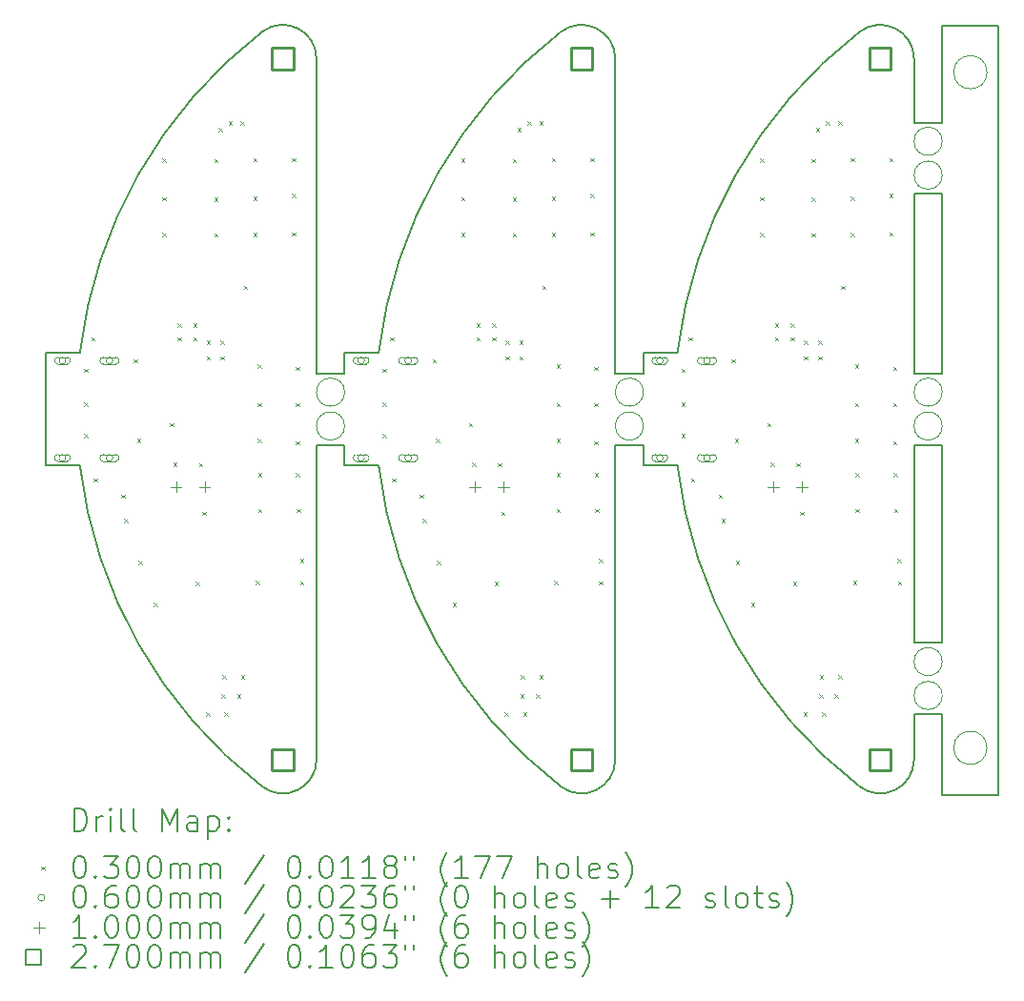
<source format=gbr>
%TF.GenerationSoftware,KiCad,Pcbnew,8.0.5*%
%TF.CreationDate,2025-01-30T01:50:47+01:00*%
%TF.ProjectId,LAMP_OUTDOOR_BATTERY_PANEL,4c414d50-5f4f-4555-9444-4f4f525f4241,rev?*%
%TF.SameCoordinates,Original*%
%TF.FileFunction,Drillmap*%
%TF.FilePolarity,Positive*%
%FSLAX45Y45*%
G04 Gerber Fmt 4.5, Leading zero omitted, Abs format (unit mm)*
G04 Created by KiCad (PCBNEW 8.0.5) date 2025-01-30 01:50:47*
%MOMM*%
%LPD*%
G01*
G04 APERTURE LIST*
%ADD10C,0.050000*%
%ADD11C,0.200000*%
%ADD12C,0.100000*%
%ADD13C,0.270000*%
G04 APERTURE END LIST*
D10*
X22030500Y-12200000D02*
G75*
G02*
X21735500Y-12200000I-147500J0D01*
G01*
X21735500Y-12200000D02*
G75*
G02*
X22030500Y-12200000I147500J0D01*
G01*
X22030500Y-6200000D02*
G75*
G02*
X21735500Y-6200000I-147500J0D01*
G01*
X21735500Y-6200000D02*
G75*
G02*
X22030500Y-6200000I147500J0D01*
G01*
D11*
X21633000Y-8875000D02*
X21633000Y-7281000D01*
X21633000Y-11268000D02*
X21633000Y-9509000D01*
X21633000Y-12617000D02*
X21633000Y-11902000D01*
X22133000Y-12617000D02*
X21633000Y-12617000D01*
X22133000Y-5783000D02*
X22133000Y-12617000D01*
X21633000Y-5783000D02*
X22133000Y-5783000D01*
X21633000Y-6647000D02*
X21633000Y-5783000D01*
X21383000Y-6647000D02*
X21382440Y-6078956D01*
X21382680Y-7280000D02*
X21382680Y-7280000D01*
X21383000Y-8875000D02*
X21383012Y-7281000D01*
X21383000Y-11268000D02*
X21383012Y-9509000D01*
D10*
X21633000Y-11434000D02*
G75*
G02*
X21383000Y-11434000I-125000J0D01*
G01*
X21383000Y-11434000D02*
G75*
G02*
X21633000Y-11434000I125000J0D01*
G01*
D11*
X21633000Y-11268000D02*
X21383000Y-11268000D01*
D10*
X21633000Y-11735000D02*
G75*
G02*
X21383000Y-11735000I-125000J0D01*
G01*
X21383000Y-11735000D02*
G75*
G02*
X21633000Y-11735000I125000J0D01*
G01*
D11*
X21633000Y-11902000D02*
X21383012Y-11902000D01*
D10*
X21633000Y-9041000D02*
G75*
G02*
X21383000Y-9041000I-125000J0D01*
G01*
X21383000Y-9041000D02*
G75*
G02*
X21633000Y-9041000I125000J0D01*
G01*
D11*
X21633000Y-9509000D02*
X21383012Y-9509000D01*
D10*
X21633000Y-9342000D02*
G75*
G02*
X21383000Y-9342000I-125000J0D01*
G01*
X21383000Y-9342000D02*
G75*
G02*
X21633000Y-9342000I125000J0D01*
G01*
D11*
X21633000Y-8875000D02*
X21383000Y-8875000D01*
D10*
X21633000Y-6813000D02*
G75*
G02*
X21383000Y-6813000I-125000J0D01*
G01*
X21383000Y-6813000D02*
G75*
G02*
X21633000Y-6813000I125000J0D01*
G01*
D11*
X21633000Y-7281000D02*
X21383012Y-7281000D01*
D10*
X21633000Y-7114000D02*
G75*
G02*
X21383000Y-7114000I-125000J0D01*
G01*
X21383000Y-7114000D02*
G75*
G02*
X21633000Y-7114000I125000J0D01*
G01*
D11*
X21633000Y-6647000D02*
X21383000Y-6647000D01*
X18980000Y-9509000D02*
X18979470Y-9692000D01*
X18730000Y-8875000D02*
X18729440Y-6078956D01*
D10*
X18980000Y-9342000D02*
G75*
G02*
X18730000Y-9342000I-125000J0D01*
G01*
X18730000Y-9342000D02*
G75*
G02*
X18980000Y-9342000I125000J0D01*
G01*
X18980000Y-9041000D02*
G75*
G02*
X18730000Y-9041000I-125000J0D01*
G01*
X18730000Y-9041000D02*
G75*
G02*
X18980000Y-9041000I125000J0D01*
G01*
D11*
X18980000Y-9509000D02*
X18730012Y-9509000D01*
X18980000Y-8875000D02*
X18730000Y-8875000D01*
D10*
X16326470Y-9342000D02*
G75*
G02*
X16076470Y-9342000I-125000J0D01*
G01*
X16076470Y-9342000D02*
G75*
G02*
X16326470Y-9342000I125000J0D01*
G01*
X16326470Y-9041000D02*
G75*
G02*
X16076470Y-9041000I-125000J0D01*
G01*
X16076470Y-9041000D02*
G75*
G02*
X16326470Y-9041000I125000J0D01*
G01*
D11*
X16326470Y-9509000D02*
X16326470Y-9692000D01*
X16326470Y-9509000D02*
X16076482Y-9509000D01*
X16076470Y-8875000D02*
X16076470Y-6078956D01*
X16326470Y-8875000D02*
X16076470Y-8875000D01*
X13673500Y-8692000D02*
X13673500Y-9692000D01*
X15593283Y-12542620D02*
G75*
G02*
X13975476Y-9692000I2583547J3350620D01*
G01*
X13673500Y-9692000D02*
X13975476Y-9692000D01*
X16076470Y-12305044D02*
X16076482Y-9509000D01*
X13975476Y-8692000D02*
X13673500Y-8692000D01*
X15593283Y-5841379D02*
G75*
G02*
X16076473Y-6078956I183187J-237581D01*
G01*
X16076470Y-12305044D02*
G75*
G02*
X15593285Y-12542618I-300000J4D01*
G01*
X13975476Y-8692000D02*
G75*
G02*
X15593283Y-5841379I4201354J-500000D01*
G01*
X16326470Y-8692000D02*
X16326470Y-8875000D01*
X18246253Y-12542620D02*
G75*
G02*
X16628446Y-9692000I2583551J3350623D01*
G01*
X16326470Y-9692000D02*
X16628446Y-9692000D01*
X16628446Y-8692000D02*
X16326470Y-8692000D01*
X18246253Y-5841379D02*
G75*
G02*
X18729440Y-6078956I183187J-237577D01*
G01*
X18729440Y-12305044D02*
X18730012Y-9509000D01*
X18729440Y-12305044D02*
G75*
G02*
X18246253Y-12542620I-300003J6D01*
G01*
X16628446Y-8692000D02*
G75*
G02*
X18246253Y-5841379I4201350J-499999D01*
G01*
X18979470Y-8692000D02*
X18980000Y-8875000D01*
X20899253Y-12542620D02*
G75*
G02*
X19281446Y-9692000I2583551J3350623D01*
G01*
X18979470Y-9692000D02*
X19281446Y-9692000D01*
X19281446Y-8692000D02*
X18979470Y-8692000D01*
X20899253Y-5841379D02*
G75*
G02*
X21382440Y-6078956I183187J-237577D01*
G01*
X21382440Y-12305044D02*
X21383012Y-11902000D01*
X21382440Y-12305044D02*
G75*
G02*
X20899253Y-12542620I-300003J6D01*
G01*
X19281446Y-8692000D02*
G75*
G02*
X20899253Y-5841379I4201350J-499999D01*
G01*
D12*
X14012000Y-8833000D02*
X14042000Y-8863000D01*
X14042000Y-8833000D02*
X14012000Y-8863000D01*
X14012000Y-9131000D02*
X14042000Y-9161000D01*
X14042000Y-9131000D02*
X14012000Y-9161000D01*
X14012000Y-9413000D02*
X14042000Y-9443000D01*
X14042000Y-9413000D02*
X14012000Y-9443000D01*
X14076000Y-8554000D02*
X14106000Y-8584000D01*
X14106000Y-8554000D02*
X14076000Y-8584000D01*
X14097000Y-9808000D02*
X14127000Y-9838000D01*
X14127000Y-9808000D02*
X14097000Y-9838000D01*
X14342000Y-9951000D02*
X14372000Y-9981000D01*
X14372000Y-9951000D02*
X14342000Y-9981000D01*
X14367000Y-10164000D02*
X14397000Y-10194000D01*
X14397000Y-10164000D02*
X14367000Y-10194000D01*
X14454000Y-8749000D02*
X14484000Y-8779000D01*
X14484000Y-8749000D02*
X14454000Y-8779000D01*
X14484000Y-9456000D02*
X14514000Y-9486000D01*
X14514000Y-9456000D02*
X14484000Y-9486000D01*
X14495000Y-10540000D02*
X14525000Y-10570000D01*
X14525000Y-10540000D02*
X14495000Y-10570000D01*
X14631000Y-10910000D02*
X14661000Y-10940000D01*
X14661000Y-10910000D02*
X14631000Y-10940000D01*
X14708000Y-6967000D02*
X14738000Y-6997000D01*
X14738000Y-6967000D02*
X14708000Y-6997000D01*
X14708000Y-7308072D02*
X14738000Y-7338072D01*
X14738000Y-7308072D02*
X14708000Y-7338072D01*
X14708000Y-7628072D02*
X14738000Y-7658072D01*
X14738000Y-7628072D02*
X14708000Y-7658072D01*
X14775000Y-9317000D02*
X14805000Y-9347000D01*
X14805000Y-9317000D02*
X14775000Y-9347000D01*
X14804000Y-9665000D02*
X14834000Y-9695000D01*
X14834000Y-9665000D02*
X14804000Y-9695000D01*
X14843000Y-8430000D02*
X14873000Y-8460000D01*
X14873000Y-8430000D02*
X14843000Y-8460000D01*
X14843000Y-8555000D02*
X14873000Y-8585000D01*
X14873000Y-8555000D02*
X14843000Y-8585000D01*
X14983000Y-8430000D02*
X15013000Y-8460000D01*
X15013000Y-8430000D02*
X14983000Y-8460000D01*
X14983000Y-8555000D02*
X15013000Y-8585000D01*
X15013000Y-8555000D02*
X14983000Y-8585000D01*
X15004000Y-10726000D02*
X15034000Y-10756000D01*
X15034000Y-10726000D02*
X15004000Y-10756000D01*
X15033000Y-9670000D02*
X15063000Y-9700000D01*
X15063000Y-9670000D02*
X15033000Y-9700000D01*
X15064000Y-10103000D02*
X15094000Y-10133000D01*
X15094000Y-10103000D02*
X15064000Y-10133000D01*
X15094928Y-11887000D02*
X15124928Y-11917000D01*
X15124928Y-11887000D02*
X15094928Y-11917000D01*
X15101000Y-8581000D02*
X15131000Y-8611000D01*
X15131000Y-8581000D02*
X15101000Y-8611000D01*
X15101000Y-8721000D02*
X15131000Y-8751000D01*
X15131000Y-8721000D02*
X15101000Y-8751000D01*
X15167000Y-6970000D02*
X15197000Y-7000000D01*
X15197000Y-6970000D02*
X15167000Y-7000000D01*
X15167000Y-7311072D02*
X15197000Y-7341072D01*
X15197000Y-7311072D02*
X15167000Y-7341072D01*
X15167000Y-7631072D02*
X15197000Y-7661072D01*
X15197000Y-7631072D02*
X15167000Y-7661072D01*
X15207000Y-6693000D02*
X15237000Y-6723000D01*
X15237000Y-6693000D02*
X15207000Y-6723000D01*
X15226000Y-8581000D02*
X15256000Y-8611000D01*
X15256000Y-8581000D02*
X15226000Y-8611000D01*
X15226000Y-8721000D02*
X15256000Y-8751000D01*
X15256000Y-8721000D02*
X15226000Y-8751000D01*
X15233000Y-11723000D02*
X15263000Y-11753000D01*
X15263000Y-11723000D02*
X15233000Y-11753000D01*
X15239928Y-11553000D02*
X15269928Y-11583000D01*
X15269928Y-11553000D02*
X15239928Y-11583000D01*
X15260000Y-11887000D02*
X15290000Y-11917000D01*
X15290000Y-11887000D02*
X15260000Y-11917000D01*
X15296000Y-6634000D02*
X15326000Y-6664000D01*
X15326000Y-6634000D02*
X15296000Y-6664000D01*
X15372000Y-11723000D02*
X15402000Y-11753000D01*
X15402000Y-11723000D02*
X15372000Y-11753000D01*
X15403000Y-6634000D02*
X15433000Y-6664000D01*
X15433000Y-6634000D02*
X15403000Y-6664000D01*
X15405000Y-11553000D02*
X15435000Y-11583000D01*
X15435000Y-11553000D02*
X15405000Y-11583000D01*
X15430000Y-8098000D02*
X15460000Y-8128000D01*
X15460000Y-8098000D02*
X15430000Y-8128000D01*
X15515000Y-6963000D02*
X15545000Y-6993000D01*
X15545000Y-6963000D02*
X15515000Y-6993000D01*
X15515000Y-7304072D02*
X15545000Y-7334072D01*
X15545000Y-7304072D02*
X15515000Y-7334072D01*
X15515000Y-7624072D02*
X15545000Y-7654072D01*
X15545000Y-7624072D02*
X15515000Y-7654072D01*
X15536000Y-10715000D02*
X15566000Y-10745000D01*
X15566000Y-10715000D02*
X15536000Y-10745000D01*
X15554000Y-8796000D02*
X15584000Y-8826000D01*
X15584000Y-8796000D02*
X15554000Y-8826000D01*
X15554000Y-9137072D02*
X15584000Y-9167072D01*
X15584000Y-9137072D02*
X15554000Y-9167072D01*
X15554000Y-9457072D02*
X15584000Y-9487072D01*
X15584000Y-9457072D02*
X15554000Y-9487072D01*
X15557000Y-9759000D02*
X15587000Y-9789000D01*
X15587000Y-9759000D02*
X15557000Y-9789000D01*
X15557000Y-10079000D02*
X15587000Y-10109000D01*
X15587000Y-10079000D02*
X15557000Y-10109000D01*
X15857000Y-6960000D02*
X15887000Y-6990000D01*
X15887000Y-6960000D02*
X15857000Y-6990000D01*
X15857000Y-7280000D02*
X15887000Y-7310000D01*
X15887000Y-7280000D02*
X15857000Y-7310000D01*
X15857000Y-7621072D02*
X15887000Y-7651072D01*
X15887000Y-7621072D02*
X15857000Y-7651072D01*
X15891000Y-8817000D02*
X15921000Y-8847000D01*
X15921000Y-8817000D02*
X15891000Y-8847000D01*
X15891000Y-9137000D02*
X15921000Y-9167000D01*
X15921000Y-9137000D02*
X15891000Y-9167000D01*
X15891000Y-9478072D02*
X15921000Y-9508072D01*
X15921000Y-9478072D02*
X15891000Y-9508072D01*
X15894000Y-9758928D02*
X15924000Y-9788928D01*
X15924000Y-9758928D02*
X15894000Y-9788928D01*
X15899000Y-10076000D02*
X15929000Y-10106000D01*
X15929000Y-10076000D02*
X15899000Y-10106000D01*
X15930000Y-10523000D02*
X15960000Y-10553000D01*
X15960000Y-10523000D02*
X15930000Y-10553000D01*
X15932000Y-10719000D02*
X15962000Y-10749000D01*
X15962000Y-10719000D02*
X15932000Y-10749000D01*
X16664970Y-8833000D02*
X16694970Y-8863000D01*
X16694970Y-8833000D02*
X16664970Y-8863000D01*
X16664970Y-9131000D02*
X16694970Y-9161000D01*
X16694970Y-9131000D02*
X16664970Y-9161000D01*
X16664970Y-9413000D02*
X16694970Y-9443000D01*
X16694970Y-9413000D02*
X16664970Y-9443000D01*
X16728970Y-8554000D02*
X16758970Y-8584000D01*
X16758970Y-8554000D02*
X16728970Y-8584000D01*
X16749970Y-9808000D02*
X16779970Y-9838000D01*
X16779970Y-9808000D02*
X16749970Y-9838000D01*
X16994970Y-9951000D02*
X17024970Y-9981000D01*
X17024970Y-9951000D02*
X16994970Y-9981000D01*
X17019970Y-10164000D02*
X17049970Y-10194000D01*
X17049970Y-10164000D02*
X17019970Y-10194000D01*
X17106970Y-8749000D02*
X17136970Y-8779000D01*
X17136970Y-8749000D02*
X17106970Y-8779000D01*
X17136970Y-9456000D02*
X17166970Y-9486000D01*
X17166970Y-9456000D02*
X17136970Y-9486000D01*
X17147970Y-10540000D02*
X17177970Y-10570000D01*
X17177970Y-10540000D02*
X17147970Y-10570000D01*
X17283970Y-10910000D02*
X17313970Y-10940000D01*
X17313970Y-10910000D02*
X17283970Y-10940000D01*
X17360970Y-6967000D02*
X17390970Y-6997000D01*
X17390970Y-6967000D02*
X17360970Y-6997000D01*
X17360970Y-7308072D02*
X17390970Y-7338072D01*
X17390970Y-7308072D02*
X17360970Y-7338072D01*
X17360970Y-7628072D02*
X17390970Y-7658072D01*
X17390970Y-7628072D02*
X17360970Y-7658072D01*
X17427970Y-9317000D02*
X17457970Y-9347000D01*
X17457970Y-9317000D02*
X17427970Y-9347000D01*
X17456970Y-9665000D02*
X17486970Y-9695000D01*
X17486970Y-9665000D02*
X17456970Y-9695000D01*
X17495970Y-8430000D02*
X17525970Y-8460000D01*
X17525970Y-8430000D02*
X17495970Y-8460000D01*
X17495970Y-8555000D02*
X17525970Y-8585000D01*
X17525970Y-8555000D02*
X17495970Y-8585000D01*
X17635970Y-8430000D02*
X17665970Y-8460000D01*
X17665970Y-8430000D02*
X17635970Y-8460000D01*
X17635970Y-8555000D02*
X17665970Y-8585000D01*
X17665970Y-8555000D02*
X17635970Y-8585000D01*
X17656970Y-10726000D02*
X17686970Y-10756000D01*
X17686970Y-10726000D02*
X17656970Y-10756000D01*
X17685970Y-9670000D02*
X17715970Y-9700000D01*
X17715970Y-9670000D02*
X17685970Y-9700000D01*
X17716970Y-10103000D02*
X17746970Y-10133000D01*
X17746970Y-10103000D02*
X17716970Y-10133000D01*
X17747898Y-11887000D02*
X17777898Y-11917000D01*
X17777898Y-11887000D02*
X17747898Y-11917000D01*
X17753970Y-8581000D02*
X17783970Y-8611000D01*
X17783970Y-8581000D02*
X17753970Y-8611000D01*
X17753970Y-8721000D02*
X17783970Y-8751000D01*
X17783970Y-8721000D02*
X17753970Y-8751000D01*
X17819970Y-6970000D02*
X17849970Y-7000000D01*
X17849970Y-6970000D02*
X17819970Y-7000000D01*
X17819970Y-7311072D02*
X17849970Y-7341072D01*
X17849970Y-7311072D02*
X17819970Y-7341072D01*
X17819970Y-7631072D02*
X17849970Y-7661072D01*
X17849970Y-7631072D02*
X17819970Y-7661072D01*
X17859970Y-6693000D02*
X17889970Y-6723000D01*
X17889970Y-6693000D02*
X17859970Y-6723000D01*
X17878970Y-8581000D02*
X17908970Y-8611000D01*
X17908970Y-8581000D02*
X17878970Y-8611000D01*
X17878970Y-8721000D02*
X17908970Y-8751000D01*
X17908970Y-8721000D02*
X17878970Y-8751000D01*
X17885970Y-11723000D02*
X17915970Y-11753000D01*
X17915970Y-11723000D02*
X17885970Y-11753000D01*
X17892898Y-11553000D02*
X17922898Y-11583000D01*
X17922898Y-11553000D02*
X17892898Y-11583000D01*
X17912970Y-11887000D02*
X17942970Y-11917000D01*
X17942970Y-11887000D02*
X17912970Y-11917000D01*
X17948970Y-6634000D02*
X17978970Y-6664000D01*
X17978970Y-6634000D02*
X17948970Y-6664000D01*
X18024970Y-11723000D02*
X18054970Y-11753000D01*
X18054970Y-11723000D02*
X18024970Y-11753000D01*
X18055970Y-6634000D02*
X18085970Y-6664000D01*
X18085970Y-6634000D02*
X18055970Y-6664000D01*
X18057970Y-11553000D02*
X18087970Y-11583000D01*
X18087970Y-11553000D02*
X18057970Y-11583000D01*
X18082970Y-8098000D02*
X18112970Y-8128000D01*
X18112970Y-8098000D02*
X18082970Y-8128000D01*
X18167970Y-6963000D02*
X18197970Y-6993000D01*
X18197970Y-6963000D02*
X18167970Y-6993000D01*
X18167970Y-7304072D02*
X18197970Y-7334072D01*
X18197970Y-7304072D02*
X18167970Y-7334072D01*
X18167970Y-7624072D02*
X18197970Y-7654072D01*
X18197970Y-7624072D02*
X18167970Y-7654072D01*
X18188970Y-10715000D02*
X18218970Y-10745000D01*
X18218970Y-10715000D02*
X18188970Y-10745000D01*
X18206970Y-8796000D02*
X18236970Y-8826000D01*
X18236970Y-8796000D02*
X18206970Y-8826000D01*
X18206970Y-9137072D02*
X18236970Y-9167072D01*
X18236970Y-9137072D02*
X18206970Y-9167072D01*
X18206970Y-9457072D02*
X18236970Y-9487072D01*
X18236970Y-9457072D02*
X18206970Y-9487072D01*
X18209970Y-9759000D02*
X18239970Y-9789000D01*
X18239970Y-9759000D02*
X18209970Y-9789000D01*
X18209970Y-10079000D02*
X18239970Y-10109000D01*
X18239970Y-10079000D02*
X18209970Y-10109000D01*
X18509970Y-6960000D02*
X18539970Y-6990000D01*
X18539970Y-6960000D02*
X18509970Y-6990000D01*
X18509970Y-7280000D02*
X18539970Y-7310000D01*
X18539970Y-7280000D02*
X18509970Y-7310000D01*
X18509970Y-7621072D02*
X18539970Y-7651072D01*
X18539970Y-7621072D02*
X18509970Y-7651072D01*
X18543970Y-8817000D02*
X18573970Y-8847000D01*
X18573970Y-8817000D02*
X18543970Y-8847000D01*
X18543970Y-9137000D02*
X18573970Y-9167000D01*
X18573970Y-9137000D02*
X18543970Y-9167000D01*
X18543970Y-9478072D02*
X18573970Y-9508072D01*
X18573970Y-9478072D02*
X18543970Y-9508072D01*
X18546970Y-9758928D02*
X18576970Y-9788928D01*
X18576970Y-9758928D02*
X18546970Y-9788928D01*
X18551970Y-10076000D02*
X18581970Y-10106000D01*
X18581970Y-10076000D02*
X18551970Y-10106000D01*
X18582970Y-10523000D02*
X18612970Y-10553000D01*
X18612970Y-10523000D02*
X18582970Y-10553000D01*
X18584970Y-10719000D02*
X18614970Y-10749000D01*
X18614970Y-10719000D02*
X18584970Y-10749000D01*
X19317970Y-8833000D02*
X19347970Y-8863000D01*
X19347970Y-8833000D02*
X19317970Y-8863000D01*
X19317970Y-9131000D02*
X19347970Y-9161000D01*
X19347970Y-9131000D02*
X19317970Y-9161000D01*
X19317970Y-9413000D02*
X19347970Y-9443000D01*
X19347970Y-9413000D02*
X19317970Y-9443000D01*
X19381970Y-8554000D02*
X19411970Y-8584000D01*
X19411970Y-8554000D02*
X19381970Y-8584000D01*
X19402970Y-9808000D02*
X19432970Y-9838000D01*
X19432970Y-9808000D02*
X19402970Y-9838000D01*
X19647970Y-9951000D02*
X19677970Y-9981000D01*
X19677970Y-9951000D02*
X19647970Y-9981000D01*
X19672970Y-10164000D02*
X19702970Y-10194000D01*
X19702970Y-10164000D02*
X19672970Y-10194000D01*
X19759970Y-8749000D02*
X19789970Y-8779000D01*
X19789970Y-8749000D02*
X19759970Y-8779000D01*
X19789970Y-9456000D02*
X19819970Y-9486000D01*
X19819970Y-9456000D02*
X19789970Y-9486000D01*
X19800970Y-10540000D02*
X19830970Y-10570000D01*
X19830970Y-10540000D02*
X19800970Y-10570000D01*
X19936970Y-10910000D02*
X19966970Y-10940000D01*
X19966970Y-10910000D02*
X19936970Y-10940000D01*
X20013970Y-6967000D02*
X20043970Y-6997000D01*
X20043970Y-6967000D02*
X20013970Y-6997000D01*
X20013970Y-7308072D02*
X20043970Y-7338072D01*
X20043970Y-7308072D02*
X20013970Y-7338072D01*
X20013970Y-7628072D02*
X20043970Y-7658072D01*
X20043970Y-7628072D02*
X20013970Y-7658072D01*
X20080970Y-9317000D02*
X20110970Y-9347000D01*
X20110970Y-9317000D02*
X20080970Y-9347000D01*
X20109970Y-9665000D02*
X20139970Y-9695000D01*
X20139970Y-9665000D02*
X20109970Y-9695000D01*
X20148970Y-8430000D02*
X20178970Y-8460000D01*
X20178970Y-8430000D02*
X20148970Y-8460000D01*
X20148970Y-8555000D02*
X20178970Y-8585000D01*
X20178970Y-8555000D02*
X20148970Y-8585000D01*
X20288970Y-8430000D02*
X20318970Y-8460000D01*
X20318970Y-8430000D02*
X20288970Y-8460000D01*
X20288970Y-8555000D02*
X20318970Y-8585000D01*
X20318970Y-8555000D02*
X20288970Y-8585000D01*
X20309970Y-10726000D02*
X20339970Y-10756000D01*
X20339970Y-10726000D02*
X20309970Y-10756000D01*
X20338970Y-9670000D02*
X20368970Y-9700000D01*
X20368970Y-9670000D02*
X20338970Y-9700000D01*
X20369970Y-10103000D02*
X20399970Y-10133000D01*
X20399970Y-10103000D02*
X20369970Y-10133000D01*
X20400898Y-11887000D02*
X20430898Y-11917000D01*
X20430898Y-11887000D02*
X20400898Y-11917000D01*
X20406970Y-8581000D02*
X20436970Y-8611000D01*
X20436970Y-8581000D02*
X20406970Y-8611000D01*
X20406970Y-8721000D02*
X20436970Y-8751000D01*
X20436970Y-8721000D02*
X20406970Y-8751000D01*
X20472970Y-6970000D02*
X20502970Y-7000000D01*
X20502970Y-6970000D02*
X20472970Y-7000000D01*
X20472970Y-7311072D02*
X20502970Y-7341072D01*
X20502970Y-7311072D02*
X20472970Y-7341072D01*
X20472970Y-7631072D02*
X20502970Y-7661072D01*
X20502970Y-7631072D02*
X20472970Y-7661072D01*
X20512970Y-6693000D02*
X20542970Y-6723000D01*
X20542970Y-6693000D02*
X20512970Y-6723000D01*
X20531970Y-8581000D02*
X20561970Y-8611000D01*
X20561970Y-8581000D02*
X20531970Y-8611000D01*
X20531970Y-8721000D02*
X20561970Y-8751000D01*
X20561970Y-8721000D02*
X20531970Y-8751000D01*
X20538970Y-11723000D02*
X20568970Y-11753000D01*
X20568970Y-11723000D02*
X20538970Y-11753000D01*
X20545898Y-11553000D02*
X20575898Y-11583000D01*
X20575898Y-11553000D02*
X20545898Y-11583000D01*
X20565970Y-11887000D02*
X20595970Y-11917000D01*
X20595970Y-11887000D02*
X20565970Y-11917000D01*
X20601970Y-6634000D02*
X20631970Y-6664000D01*
X20631970Y-6634000D02*
X20601970Y-6664000D01*
X20677970Y-11723000D02*
X20707970Y-11753000D01*
X20707970Y-11723000D02*
X20677970Y-11753000D01*
X20708970Y-6634000D02*
X20738970Y-6664000D01*
X20738970Y-6634000D02*
X20708970Y-6664000D01*
X20710970Y-11553000D02*
X20740970Y-11583000D01*
X20740970Y-11553000D02*
X20710970Y-11583000D01*
X20735970Y-8098000D02*
X20765970Y-8128000D01*
X20765970Y-8098000D02*
X20735970Y-8128000D01*
X20820970Y-6963000D02*
X20850970Y-6993000D01*
X20850970Y-6963000D02*
X20820970Y-6993000D01*
X20820970Y-7304072D02*
X20850970Y-7334072D01*
X20850970Y-7304072D02*
X20820970Y-7334072D01*
X20820970Y-7624072D02*
X20850970Y-7654072D01*
X20850970Y-7624072D02*
X20820970Y-7654072D01*
X20841970Y-10715000D02*
X20871970Y-10745000D01*
X20871970Y-10715000D02*
X20841970Y-10745000D01*
X20859970Y-8796000D02*
X20889970Y-8826000D01*
X20889970Y-8796000D02*
X20859970Y-8826000D01*
X20859970Y-9137072D02*
X20889970Y-9167072D01*
X20889970Y-9137072D02*
X20859970Y-9167072D01*
X20859970Y-9457072D02*
X20889970Y-9487072D01*
X20889970Y-9457072D02*
X20859970Y-9487072D01*
X20862970Y-9759000D02*
X20892970Y-9789000D01*
X20892970Y-9759000D02*
X20862970Y-9789000D01*
X20862970Y-10079000D02*
X20892970Y-10109000D01*
X20892970Y-10079000D02*
X20862970Y-10109000D01*
X21162970Y-6960000D02*
X21192970Y-6990000D01*
X21192970Y-6960000D02*
X21162970Y-6990000D01*
X21162970Y-7280000D02*
X21192970Y-7310000D01*
X21192970Y-7280000D02*
X21162970Y-7310000D01*
X21162970Y-7621072D02*
X21192970Y-7651072D01*
X21192970Y-7621072D02*
X21162970Y-7651072D01*
X21196970Y-8817000D02*
X21226970Y-8847000D01*
X21226970Y-8817000D02*
X21196970Y-8847000D01*
X21196970Y-9137000D02*
X21226970Y-9167000D01*
X21226970Y-9137000D02*
X21196970Y-9167000D01*
X21196970Y-9478072D02*
X21226970Y-9508072D01*
X21226970Y-9478072D02*
X21196970Y-9508072D01*
X21199970Y-9758928D02*
X21229970Y-9788928D01*
X21229970Y-9758928D02*
X21199970Y-9788928D01*
X21204970Y-10076000D02*
X21234970Y-10106000D01*
X21234970Y-10076000D02*
X21204970Y-10106000D01*
X21235970Y-10523000D02*
X21265970Y-10553000D01*
X21265970Y-10523000D02*
X21235970Y-10553000D01*
X21237970Y-10719000D02*
X21267970Y-10749000D01*
X21267970Y-10719000D02*
X21237970Y-10749000D01*
X13850500Y-8761000D02*
G75*
G02*
X13790500Y-8761000I-30000J0D01*
G01*
X13790500Y-8761000D02*
G75*
G02*
X13850500Y-8761000I30000J0D01*
G01*
X13860500Y-8731000D02*
X13780500Y-8731000D01*
X13780500Y-8791000D02*
G75*
G02*
X13780500Y-8731000I0J30000D01*
G01*
X13780500Y-8791000D02*
X13860500Y-8791000D01*
X13860500Y-8791000D02*
G75*
G03*
X13860500Y-8731000I0J30000D01*
G01*
X13850500Y-9625000D02*
G75*
G02*
X13790500Y-9625000I-30000J0D01*
G01*
X13790500Y-9625000D02*
G75*
G02*
X13850500Y-9625000I30000J0D01*
G01*
X13860500Y-9595000D02*
X13780500Y-9595000D01*
X13780500Y-9655000D02*
G75*
G02*
X13780500Y-9595000I0J30000D01*
G01*
X13780500Y-9655000D02*
X13860500Y-9655000D01*
X13860500Y-9655000D02*
G75*
G03*
X13860500Y-9595000I0J30000D01*
G01*
X14268500Y-8761000D02*
G75*
G02*
X14208500Y-8761000I-30000J0D01*
G01*
X14208500Y-8761000D02*
G75*
G02*
X14268500Y-8761000I30000J0D01*
G01*
X14293500Y-8731000D02*
X14183500Y-8731000D01*
X14183500Y-8791000D02*
G75*
G02*
X14183500Y-8731000I0J30000D01*
G01*
X14183500Y-8791000D02*
X14293500Y-8791000D01*
X14293500Y-8791000D02*
G75*
G03*
X14293500Y-8731000I0J30000D01*
G01*
X14268500Y-9625000D02*
G75*
G02*
X14208500Y-9625000I-30000J0D01*
G01*
X14208500Y-9625000D02*
G75*
G02*
X14268500Y-9625000I30000J0D01*
G01*
X14293500Y-9595000D02*
X14183500Y-9595000D01*
X14183500Y-9655000D02*
G75*
G02*
X14183500Y-9595000I0J30000D01*
G01*
X14183500Y-9655000D02*
X14293500Y-9655000D01*
X14293500Y-9655000D02*
G75*
G03*
X14293500Y-9595000I0J30000D01*
G01*
X16503470Y-8761000D02*
G75*
G02*
X16443470Y-8761000I-30000J0D01*
G01*
X16443470Y-8761000D02*
G75*
G02*
X16503470Y-8761000I30000J0D01*
G01*
X16513470Y-8731000D02*
X16433470Y-8731000D01*
X16433470Y-8791000D02*
G75*
G02*
X16433470Y-8731000I0J30000D01*
G01*
X16433470Y-8791000D02*
X16513470Y-8791000D01*
X16513470Y-8791000D02*
G75*
G03*
X16513470Y-8731000I0J30000D01*
G01*
X16503470Y-9625000D02*
G75*
G02*
X16443470Y-9625000I-30000J0D01*
G01*
X16443470Y-9625000D02*
G75*
G02*
X16503470Y-9625000I30000J0D01*
G01*
X16513470Y-9595000D02*
X16433470Y-9595000D01*
X16433470Y-9655000D02*
G75*
G02*
X16433470Y-9595000I0J30000D01*
G01*
X16433470Y-9655000D02*
X16513470Y-9655000D01*
X16513470Y-9655000D02*
G75*
G03*
X16513470Y-9595000I0J30000D01*
G01*
X16921470Y-8761000D02*
G75*
G02*
X16861470Y-8761000I-30000J0D01*
G01*
X16861470Y-8761000D02*
G75*
G02*
X16921470Y-8761000I30000J0D01*
G01*
X16946470Y-8731000D02*
X16836470Y-8731000D01*
X16836470Y-8791000D02*
G75*
G02*
X16836470Y-8731000I0J30000D01*
G01*
X16836470Y-8791000D02*
X16946470Y-8791000D01*
X16946470Y-8791000D02*
G75*
G03*
X16946470Y-8731000I0J30000D01*
G01*
X16921470Y-9625000D02*
G75*
G02*
X16861470Y-9625000I-30000J0D01*
G01*
X16861470Y-9625000D02*
G75*
G02*
X16921470Y-9625000I30000J0D01*
G01*
X16946470Y-9595000D02*
X16836470Y-9595000D01*
X16836470Y-9655000D02*
G75*
G02*
X16836470Y-9595000I0J30000D01*
G01*
X16836470Y-9655000D02*
X16946470Y-9655000D01*
X16946470Y-9655000D02*
G75*
G03*
X16946470Y-9595000I0J30000D01*
G01*
X19156470Y-8761000D02*
G75*
G02*
X19096470Y-8761000I-30000J0D01*
G01*
X19096470Y-8761000D02*
G75*
G02*
X19156470Y-8761000I30000J0D01*
G01*
X19166470Y-8731000D02*
X19086470Y-8731000D01*
X19086470Y-8791000D02*
G75*
G02*
X19086470Y-8731000I0J30000D01*
G01*
X19086470Y-8791000D02*
X19166470Y-8791000D01*
X19166470Y-8791000D02*
G75*
G03*
X19166470Y-8731000I0J30000D01*
G01*
X19156470Y-9625000D02*
G75*
G02*
X19096470Y-9625000I-30000J0D01*
G01*
X19096470Y-9625000D02*
G75*
G02*
X19156470Y-9625000I30000J0D01*
G01*
X19166470Y-9595000D02*
X19086470Y-9595000D01*
X19086470Y-9655000D02*
G75*
G02*
X19086470Y-9595000I0J30000D01*
G01*
X19086470Y-9655000D02*
X19166470Y-9655000D01*
X19166470Y-9655000D02*
G75*
G03*
X19166470Y-9595000I0J30000D01*
G01*
X19574470Y-8761000D02*
G75*
G02*
X19514470Y-8761000I-30000J0D01*
G01*
X19514470Y-8761000D02*
G75*
G02*
X19574470Y-8761000I30000J0D01*
G01*
X19599470Y-8731000D02*
X19489470Y-8731000D01*
X19489470Y-8791000D02*
G75*
G02*
X19489470Y-8731000I0J30000D01*
G01*
X19489470Y-8791000D02*
X19599470Y-8791000D01*
X19599470Y-8791000D02*
G75*
G03*
X19599470Y-8731000I0J30000D01*
G01*
X19574470Y-9625000D02*
G75*
G02*
X19514470Y-9625000I-30000J0D01*
G01*
X19514470Y-9625000D02*
G75*
G02*
X19574470Y-9625000I30000J0D01*
G01*
X19599470Y-9595000D02*
X19489470Y-9595000D01*
X19489470Y-9655000D02*
G75*
G02*
X19489470Y-9595000I0J30000D01*
G01*
X19489470Y-9655000D02*
X19599470Y-9655000D01*
X19599470Y-9655000D02*
G75*
G03*
X19599470Y-9595000I0J30000D01*
G01*
X14829000Y-9831000D02*
X14829000Y-9931000D01*
X14779000Y-9881000D02*
X14879000Y-9881000D01*
X15083000Y-9831000D02*
X15083000Y-9931000D01*
X15033000Y-9881000D02*
X15133000Y-9881000D01*
X17481970Y-9831000D02*
X17481970Y-9931000D01*
X17431970Y-9881000D02*
X17531970Y-9881000D01*
X17735970Y-9831000D02*
X17735970Y-9931000D01*
X17685970Y-9881000D02*
X17785970Y-9881000D01*
X20134970Y-9831000D02*
X20134970Y-9931000D01*
X20084970Y-9881000D02*
X20184970Y-9881000D01*
X20388970Y-9831000D02*
X20388970Y-9931000D01*
X20338970Y-9881000D02*
X20438970Y-9881000D01*
D13*
X15871930Y-6174420D02*
X15871930Y-5983500D01*
X15681010Y-5983500D01*
X15681010Y-6174420D01*
X15871930Y-6174420D01*
X15871930Y-12400500D02*
X15871930Y-12209580D01*
X15681010Y-12209580D01*
X15681010Y-12400500D01*
X15871930Y-12400500D01*
X18524900Y-6174420D02*
X18524900Y-5983500D01*
X18333980Y-5983500D01*
X18333980Y-6174420D01*
X18524900Y-6174420D01*
X18524900Y-12400500D02*
X18524900Y-12209580D01*
X18333980Y-12209580D01*
X18333980Y-12400500D01*
X18524900Y-12400500D01*
X21177900Y-6174420D02*
X21177900Y-5983500D01*
X20986980Y-5983500D01*
X20986980Y-6174420D01*
X21177900Y-6174420D01*
X21177900Y-12400500D02*
X21177900Y-12209580D01*
X20986980Y-12209580D01*
X20986980Y-12400500D01*
X21177900Y-12400500D01*
D11*
X13924277Y-12938484D02*
X13924277Y-12738484D01*
X13924277Y-12738484D02*
X13971896Y-12738484D01*
X13971896Y-12738484D02*
X14000467Y-12748008D01*
X14000467Y-12748008D02*
X14019515Y-12767055D01*
X14019515Y-12767055D02*
X14029039Y-12786103D01*
X14029039Y-12786103D02*
X14038562Y-12824198D01*
X14038562Y-12824198D02*
X14038562Y-12852769D01*
X14038562Y-12852769D02*
X14029039Y-12890865D01*
X14029039Y-12890865D02*
X14019515Y-12909912D01*
X14019515Y-12909912D02*
X14000467Y-12928960D01*
X14000467Y-12928960D02*
X13971896Y-12938484D01*
X13971896Y-12938484D02*
X13924277Y-12938484D01*
X14124277Y-12938484D02*
X14124277Y-12805150D01*
X14124277Y-12843246D02*
X14133801Y-12824198D01*
X14133801Y-12824198D02*
X14143324Y-12814674D01*
X14143324Y-12814674D02*
X14162372Y-12805150D01*
X14162372Y-12805150D02*
X14181420Y-12805150D01*
X14248086Y-12938484D02*
X14248086Y-12805150D01*
X14248086Y-12738484D02*
X14238562Y-12748008D01*
X14238562Y-12748008D02*
X14248086Y-12757531D01*
X14248086Y-12757531D02*
X14257610Y-12748008D01*
X14257610Y-12748008D02*
X14248086Y-12738484D01*
X14248086Y-12738484D02*
X14248086Y-12757531D01*
X14371896Y-12938484D02*
X14352848Y-12928960D01*
X14352848Y-12928960D02*
X14343324Y-12909912D01*
X14343324Y-12909912D02*
X14343324Y-12738484D01*
X14476658Y-12938484D02*
X14457610Y-12928960D01*
X14457610Y-12928960D02*
X14448086Y-12909912D01*
X14448086Y-12909912D02*
X14448086Y-12738484D01*
X14705229Y-12938484D02*
X14705229Y-12738484D01*
X14705229Y-12738484D02*
X14771896Y-12881341D01*
X14771896Y-12881341D02*
X14838562Y-12738484D01*
X14838562Y-12738484D02*
X14838562Y-12938484D01*
X15019515Y-12938484D02*
X15019515Y-12833722D01*
X15019515Y-12833722D02*
X15009991Y-12814674D01*
X15009991Y-12814674D02*
X14990943Y-12805150D01*
X14990943Y-12805150D02*
X14952848Y-12805150D01*
X14952848Y-12805150D02*
X14933801Y-12814674D01*
X15019515Y-12928960D02*
X15000467Y-12938484D01*
X15000467Y-12938484D02*
X14952848Y-12938484D01*
X14952848Y-12938484D02*
X14933801Y-12928960D01*
X14933801Y-12928960D02*
X14924277Y-12909912D01*
X14924277Y-12909912D02*
X14924277Y-12890865D01*
X14924277Y-12890865D02*
X14933801Y-12871817D01*
X14933801Y-12871817D02*
X14952848Y-12862293D01*
X14952848Y-12862293D02*
X15000467Y-12862293D01*
X15000467Y-12862293D02*
X15019515Y-12852769D01*
X15114753Y-12805150D02*
X15114753Y-13005150D01*
X15114753Y-12814674D02*
X15133801Y-12805150D01*
X15133801Y-12805150D02*
X15171896Y-12805150D01*
X15171896Y-12805150D02*
X15190943Y-12814674D01*
X15190943Y-12814674D02*
X15200467Y-12824198D01*
X15200467Y-12824198D02*
X15209991Y-12843246D01*
X15209991Y-12843246D02*
X15209991Y-12900388D01*
X15209991Y-12900388D02*
X15200467Y-12919436D01*
X15200467Y-12919436D02*
X15190943Y-12928960D01*
X15190943Y-12928960D02*
X15171896Y-12938484D01*
X15171896Y-12938484D02*
X15133801Y-12938484D01*
X15133801Y-12938484D02*
X15114753Y-12928960D01*
X15295705Y-12919436D02*
X15305229Y-12928960D01*
X15305229Y-12928960D02*
X15295705Y-12938484D01*
X15295705Y-12938484D02*
X15286182Y-12928960D01*
X15286182Y-12928960D02*
X15295705Y-12919436D01*
X15295705Y-12919436D02*
X15295705Y-12938484D01*
X15295705Y-12814674D02*
X15305229Y-12824198D01*
X15305229Y-12824198D02*
X15295705Y-12833722D01*
X15295705Y-12833722D02*
X15286182Y-12824198D01*
X15286182Y-12824198D02*
X15295705Y-12814674D01*
X15295705Y-12814674D02*
X15295705Y-12833722D01*
D12*
X13633500Y-13252000D02*
X13663500Y-13282000D01*
X13663500Y-13252000D02*
X13633500Y-13282000D01*
D11*
X13962372Y-13158484D02*
X13981420Y-13158484D01*
X13981420Y-13158484D02*
X14000467Y-13168008D01*
X14000467Y-13168008D02*
X14009991Y-13177531D01*
X14009991Y-13177531D02*
X14019515Y-13196579D01*
X14019515Y-13196579D02*
X14029039Y-13234674D01*
X14029039Y-13234674D02*
X14029039Y-13282293D01*
X14029039Y-13282293D02*
X14019515Y-13320388D01*
X14019515Y-13320388D02*
X14009991Y-13339436D01*
X14009991Y-13339436D02*
X14000467Y-13348960D01*
X14000467Y-13348960D02*
X13981420Y-13358484D01*
X13981420Y-13358484D02*
X13962372Y-13358484D01*
X13962372Y-13358484D02*
X13943324Y-13348960D01*
X13943324Y-13348960D02*
X13933801Y-13339436D01*
X13933801Y-13339436D02*
X13924277Y-13320388D01*
X13924277Y-13320388D02*
X13914753Y-13282293D01*
X13914753Y-13282293D02*
X13914753Y-13234674D01*
X13914753Y-13234674D02*
X13924277Y-13196579D01*
X13924277Y-13196579D02*
X13933801Y-13177531D01*
X13933801Y-13177531D02*
X13943324Y-13168008D01*
X13943324Y-13168008D02*
X13962372Y-13158484D01*
X14114753Y-13339436D02*
X14124277Y-13348960D01*
X14124277Y-13348960D02*
X14114753Y-13358484D01*
X14114753Y-13358484D02*
X14105229Y-13348960D01*
X14105229Y-13348960D02*
X14114753Y-13339436D01*
X14114753Y-13339436D02*
X14114753Y-13358484D01*
X14190943Y-13158484D02*
X14314753Y-13158484D01*
X14314753Y-13158484D02*
X14248086Y-13234674D01*
X14248086Y-13234674D02*
X14276658Y-13234674D01*
X14276658Y-13234674D02*
X14295705Y-13244198D01*
X14295705Y-13244198D02*
X14305229Y-13253722D01*
X14305229Y-13253722D02*
X14314753Y-13272769D01*
X14314753Y-13272769D02*
X14314753Y-13320388D01*
X14314753Y-13320388D02*
X14305229Y-13339436D01*
X14305229Y-13339436D02*
X14295705Y-13348960D01*
X14295705Y-13348960D02*
X14276658Y-13358484D01*
X14276658Y-13358484D02*
X14219515Y-13358484D01*
X14219515Y-13358484D02*
X14200467Y-13348960D01*
X14200467Y-13348960D02*
X14190943Y-13339436D01*
X14438562Y-13158484D02*
X14457610Y-13158484D01*
X14457610Y-13158484D02*
X14476658Y-13168008D01*
X14476658Y-13168008D02*
X14486182Y-13177531D01*
X14486182Y-13177531D02*
X14495705Y-13196579D01*
X14495705Y-13196579D02*
X14505229Y-13234674D01*
X14505229Y-13234674D02*
X14505229Y-13282293D01*
X14505229Y-13282293D02*
X14495705Y-13320388D01*
X14495705Y-13320388D02*
X14486182Y-13339436D01*
X14486182Y-13339436D02*
X14476658Y-13348960D01*
X14476658Y-13348960D02*
X14457610Y-13358484D01*
X14457610Y-13358484D02*
X14438562Y-13358484D01*
X14438562Y-13358484D02*
X14419515Y-13348960D01*
X14419515Y-13348960D02*
X14409991Y-13339436D01*
X14409991Y-13339436D02*
X14400467Y-13320388D01*
X14400467Y-13320388D02*
X14390943Y-13282293D01*
X14390943Y-13282293D02*
X14390943Y-13234674D01*
X14390943Y-13234674D02*
X14400467Y-13196579D01*
X14400467Y-13196579D02*
X14409991Y-13177531D01*
X14409991Y-13177531D02*
X14419515Y-13168008D01*
X14419515Y-13168008D02*
X14438562Y-13158484D01*
X14629039Y-13158484D02*
X14648086Y-13158484D01*
X14648086Y-13158484D02*
X14667134Y-13168008D01*
X14667134Y-13168008D02*
X14676658Y-13177531D01*
X14676658Y-13177531D02*
X14686182Y-13196579D01*
X14686182Y-13196579D02*
X14695705Y-13234674D01*
X14695705Y-13234674D02*
X14695705Y-13282293D01*
X14695705Y-13282293D02*
X14686182Y-13320388D01*
X14686182Y-13320388D02*
X14676658Y-13339436D01*
X14676658Y-13339436D02*
X14667134Y-13348960D01*
X14667134Y-13348960D02*
X14648086Y-13358484D01*
X14648086Y-13358484D02*
X14629039Y-13358484D01*
X14629039Y-13358484D02*
X14609991Y-13348960D01*
X14609991Y-13348960D02*
X14600467Y-13339436D01*
X14600467Y-13339436D02*
X14590943Y-13320388D01*
X14590943Y-13320388D02*
X14581420Y-13282293D01*
X14581420Y-13282293D02*
X14581420Y-13234674D01*
X14581420Y-13234674D02*
X14590943Y-13196579D01*
X14590943Y-13196579D02*
X14600467Y-13177531D01*
X14600467Y-13177531D02*
X14609991Y-13168008D01*
X14609991Y-13168008D02*
X14629039Y-13158484D01*
X14781420Y-13358484D02*
X14781420Y-13225150D01*
X14781420Y-13244198D02*
X14790943Y-13234674D01*
X14790943Y-13234674D02*
X14809991Y-13225150D01*
X14809991Y-13225150D02*
X14838563Y-13225150D01*
X14838563Y-13225150D02*
X14857610Y-13234674D01*
X14857610Y-13234674D02*
X14867134Y-13253722D01*
X14867134Y-13253722D02*
X14867134Y-13358484D01*
X14867134Y-13253722D02*
X14876658Y-13234674D01*
X14876658Y-13234674D02*
X14895705Y-13225150D01*
X14895705Y-13225150D02*
X14924277Y-13225150D01*
X14924277Y-13225150D02*
X14943324Y-13234674D01*
X14943324Y-13234674D02*
X14952848Y-13253722D01*
X14952848Y-13253722D02*
X14952848Y-13358484D01*
X15048086Y-13358484D02*
X15048086Y-13225150D01*
X15048086Y-13244198D02*
X15057610Y-13234674D01*
X15057610Y-13234674D02*
X15076658Y-13225150D01*
X15076658Y-13225150D02*
X15105229Y-13225150D01*
X15105229Y-13225150D02*
X15124277Y-13234674D01*
X15124277Y-13234674D02*
X15133801Y-13253722D01*
X15133801Y-13253722D02*
X15133801Y-13358484D01*
X15133801Y-13253722D02*
X15143324Y-13234674D01*
X15143324Y-13234674D02*
X15162372Y-13225150D01*
X15162372Y-13225150D02*
X15190943Y-13225150D01*
X15190943Y-13225150D02*
X15209991Y-13234674D01*
X15209991Y-13234674D02*
X15219515Y-13253722D01*
X15219515Y-13253722D02*
X15219515Y-13358484D01*
X15609991Y-13148960D02*
X15438563Y-13406103D01*
X15867134Y-13158484D02*
X15886182Y-13158484D01*
X15886182Y-13158484D02*
X15905229Y-13168008D01*
X15905229Y-13168008D02*
X15914753Y-13177531D01*
X15914753Y-13177531D02*
X15924277Y-13196579D01*
X15924277Y-13196579D02*
X15933801Y-13234674D01*
X15933801Y-13234674D02*
X15933801Y-13282293D01*
X15933801Y-13282293D02*
X15924277Y-13320388D01*
X15924277Y-13320388D02*
X15914753Y-13339436D01*
X15914753Y-13339436D02*
X15905229Y-13348960D01*
X15905229Y-13348960D02*
X15886182Y-13358484D01*
X15886182Y-13358484D02*
X15867134Y-13358484D01*
X15867134Y-13358484D02*
X15848086Y-13348960D01*
X15848086Y-13348960D02*
X15838563Y-13339436D01*
X15838563Y-13339436D02*
X15829039Y-13320388D01*
X15829039Y-13320388D02*
X15819515Y-13282293D01*
X15819515Y-13282293D02*
X15819515Y-13234674D01*
X15819515Y-13234674D02*
X15829039Y-13196579D01*
X15829039Y-13196579D02*
X15838563Y-13177531D01*
X15838563Y-13177531D02*
X15848086Y-13168008D01*
X15848086Y-13168008D02*
X15867134Y-13158484D01*
X16019515Y-13339436D02*
X16029039Y-13348960D01*
X16029039Y-13348960D02*
X16019515Y-13358484D01*
X16019515Y-13358484D02*
X16009991Y-13348960D01*
X16009991Y-13348960D02*
X16019515Y-13339436D01*
X16019515Y-13339436D02*
X16019515Y-13358484D01*
X16152848Y-13158484D02*
X16171896Y-13158484D01*
X16171896Y-13158484D02*
X16190944Y-13168008D01*
X16190944Y-13168008D02*
X16200467Y-13177531D01*
X16200467Y-13177531D02*
X16209991Y-13196579D01*
X16209991Y-13196579D02*
X16219515Y-13234674D01*
X16219515Y-13234674D02*
X16219515Y-13282293D01*
X16219515Y-13282293D02*
X16209991Y-13320388D01*
X16209991Y-13320388D02*
X16200467Y-13339436D01*
X16200467Y-13339436D02*
X16190944Y-13348960D01*
X16190944Y-13348960D02*
X16171896Y-13358484D01*
X16171896Y-13358484D02*
X16152848Y-13358484D01*
X16152848Y-13358484D02*
X16133801Y-13348960D01*
X16133801Y-13348960D02*
X16124277Y-13339436D01*
X16124277Y-13339436D02*
X16114753Y-13320388D01*
X16114753Y-13320388D02*
X16105229Y-13282293D01*
X16105229Y-13282293D02*
X16105229Y-13234674D01*
X16105229Y-13234674D02*
X16114753Y-13196579D01*
X16114753Y-13196579D02*
X16124277Y-13177531D01*
X16124277Y-13177531D02*
X16133801Y-13168008D01*
X16133801Y-13168008D02*
X16152848Y-13158484D01*
X16409991Y-13358484D02*
X16295706Y-13358484D01*
X16352848Y-13358484D02*
X16352848Y-13158484D01*
X16352848Y-13158484D02*
X16333801Y-13187055D01*
X16333801Y-13187055D02*
X16314753Y-13206103D01*
X16314753Y-13206103D02*
X16295706Y-13215627D01*
X16600467Y-13358484D02*
X16486182Y-13358484D01*
X16543325Y-13358484D02*
X16543325Y-13158484D01*
X16543325Y-13158484D02*
X16524277Y-13187055D01*
X16524277Y-13187055D02*
X16505229Y-13206103D01*
X16505229Y-13206103D02*
X16486182Y-13215627D01*
X16714753Y-13244198D02*
X16695706Y-13234674D01*
X16695706Y-13234674D02*
X16686182Y-13225150D01*
X16686182Y-13225150D02*
X16676658Y-13206103D01*
X16676658Y-13206103D02*
X16676658Y-13196579D01*
X16676658Y-13196579D02*
X16686182Y-13177531D01*
X16686182Y-13177531D02*
X16695706Y-13168008D01*
X16695706Y-13168008D02*
X16714753Y-13158484D01*
X16714753Y-13158484D02*
X16752848Y-13158484D01*
X16752848Y-13158484D02*
X16771896Y-13168008D01*
X16771896Y-13168008D02*
X16781420Y-13177531D01*
X16781420Y-13177531D02*
X16790944Y-13196579D01*
X16790944Y-13196579D02*
X16790944Y-13206103D01*
X16790944Y-13206103D02*
X16781420Y-13225150D01*
X16781420Y-13225150D02*
X16771896Y-13234674D01*
X16771896Y-13234674D02*
X16752848Y-13244198D01*
X16752848Y-13244198D02*
X16714753Y-13244198D01*
X16714753Y-13244198D02*
X16695706Y-13253722D01*
X16695706Y-13253722D02*
X16686182Y-13263246D01*
X16686182Y-13263246D02*
X16676658Y-13282293D01*
X16676658Y-13282293D02*
X16676658Y-13320388D01*
X16676658Y-13320388D02*
X16686182Y-13339436D01*
X16686182Y-13339436D02*
X16695706Y-13348960D01*
X16695706Y-13348960D02*
X16714753Y-13358484D01*
X16714753Y-13358484D02*
X16752848Y-13358484D01*
X16752848Y-13358484D02*
X16771896Y-13348960D01*
X16771896Y-13348960D02*
X16781420Y-13339436D01*
X16781420Y-13339436D02*
X16790944Y-13320388D01*
X16790944Y-13320388D02*
X16790944Y-13282293D01*
X16790944Y-13282293D02*
X16781420Y-13263246D01*
X16781420Y-13263246D02*
X16771896Y-13253722D01*
X16771896Y-13253722D02*
X16752848Y-13244198D01*
X16867134Y-13158484D02*
X16867134Y-13196579D01*
X16943325Y-13158484D02*
X16943325Y-13196579D01*
X17238563Y-13434674D02*
X17229039Y-13425150D01*
X17229039Y-13425150D02*
X17209991Y-13396579D01*
X17209991Y-13396579D02*
X17200468Y-13377531D01*
X17200468Y-13377531D02*
X17190944Y-13348960D01*
X17190944Y-13348960D02*
X17181420Y-13301341D01*
X17181420Y-13301341D02*
X17181420Y-13263246D01*
X17181420Y-13263246D02*
X17190944Y-13215627D01*
X17190944Y-13215627D02*
X17200468Y-13187055D01*
X17200468Y-13187055D02*
X17209991Y-13168008D01*
X17209991Y-13168008D02*
X17229039Y-13139436D01*
X17229039Y-13139436D02*
X17238563Y-13129912D01*
X17419515Y-13358484D02*
X17305230Y-13358484D01*
X17362372Y-13358484D02*
X17362372Y-13158484D01*
X17362372Y-13158484D02*
X17343325Y-13187055D01*
X17343325Y-13187055D02*
X17324277Y-13206103D01*
X17324277Y-13206103D02*
X17305230Y-13215627D01*
X17486182Y-13158484D02*
X17619515Y-13158484D01*
X17619515Y-13158484D02*
X17533801Y-13358484D01*
X17676658Y-13158484D02*
X17809991Y-13158484D01*
X17809991Y-13158484D02*
X17724277Y-13358484D01*
X18038563Y-13358484D02*
X18038563Y-13158484D01*
X18124277Y-13358484D02*
X18124277Y-13253722D01*
X18124277Y-13253722D02*
X18114753Y-13234674D01*
X18114753Y-13234674D02*
X18095706Y-13225150D01*
X18095706Y-13225150D02*
X18067134Y-13225150D01*
X18067134Y-13225150D02*
X18048087Y-13234674D01*
X18048087Y-13234674D02*
X18038563Y-13244198D01*
X18248087Y-13358484D02*
X18229039Y-13348960D01*
X18229039Y-13348960D02*
X18219515Y-13339436D01*
X18219515Y-13339436D02*
X18209992Y-13320388D01*
X18209992Y-13320388D02*
X18209992Y-13263246D01*
X18209992Y-13263246D02*
X18219515Y-13244198D01*
X18219515Y-13244198D02*
X18229039Y-13234674D01*
X18229039Y-13234674D02*
X18248087Y-13225150D01*
X18248087Y-13225150D02*
X18276658Y-13225150D01*
X18276658Y-13225150D02*
X18295706Y-13234674D01*
X18295706Y-13234674D02*
X18305230Y-13244198D01*
X18305230Y-13244198D02*
X18314753Y-13263246D01*
X18314753Y-13263246D02*
X18314753Y-13320388D01*
X18314753Y-13320388D02*
X18305230Y-13339436D01*
X18305230Y-13339436D02*
X18295706Y-13348960D01*
X18295706Y-13348960D02*
X18276658Y-13358484D01*
X18276658Y-13358484D02*
X18248087Y-13358484D01*
X18429039Y-13358484D02*
X18409992Y-13348960D01*
X18409992Y-13348960D02*
X18400468Y-13329912D01*
X18400468Y-13329912D02*
X18400468Y-13158484D01*
X18581420Y-13348960D02*
X18562373Y-13358484D01*
X18562373Y-13358484D02*
X18524277Y-13358484D01*
X18524277Y-13358484D02*
X18505230Y-13348960D01*
X18505230Y-13348960D02*
X18495706Y-13329912D01*
X18495706Y-13329912D02*
X18495706Y-13253722D01*
X18495706Y-13253722D02*
X18505230Y-13234674D01*
X18505230Y-13234674D02*
X18524277Y-13225150D01*
X18524277Y-13225150D02*
X18562373Y-13225150D01*
X18562373Y-13225150D02*
X18581420Y-13234674D01*
X18581420Y-13234674D02*
X18590944Y-13253722D01*
X18590944Y-13253722D02*
X18590944Y-13272769D01*
X18590944Y-13272769D02*
X18495706Y-13291817D01*
X18667134Y-13348960D02*
X18686182Y-13358484D01*
X18686182Y-13358484D02*
X18724277Y-13358484D01*
X18724277Y-13358484D02*
X18743325Y-13348960D01*
X18743325Y-13348960D02*
X18752849Y-13329912D01*
X18752849Y-13329912D02*
X18752849Y-13320388D01*
X18752849Y-13320388D02*
X18743325Y-13301341D01*
X18743325Y-13301341D02*
X18724277Y-13291817D01*
X18724277Y-13291817D02*
X18695706Y-13291817D01*
X18695706Y-13291817D02*
X18676658Y-13282293D01*
X18676658Y-13282293D02*
X18667134Y-13263246D01*
X18667134Y-13263246D02*
X18667134Y-13253722D01*
X18667134Y-13253722D02*
X18676658Y-13234674D01*
X18676658Y-13234674D02*
X18695706Y-13225150D01*
X18695706Y-13225150D02*
X18724277Y-13225150D01*
X18724277Y-13225150D02*
X18743325Y-13234674D01*
X18819515Y-13434674D02*
X18829039Y-13425150D01*
X18829039Y-13425150D02*
X18848087Y-13396579D01*
X18848087Y-13396579D02*
X18857611Y-13377531D01*
X18857611Y-13377531D02*
X18867134Y-13348960D01*
X18867134Y-13348960D02*
X18876658Y-13301341D01*
X18876658Y-13301341D02*
X18876658Y-13263246D01*
X18876658Y-13263246D02*
X18867134Y-13215627D01*
X18867134Y-13215627D02*
X18857611Y-13187055D01*
X18857611Y-13187055D02*
X18848087Y-13168008D01*
X18848087Y-13168008D02*
X18829039Y-13139436D01*
X18829039Y-13139436D02*
X18819515Y-13129912D01*
D12*
X13663500Y-13531000D02*
G75*
G02*
X13603500Y-13531000I-30000J0D01*
G01*
X13603500Y-13531000D02*
G75*
G02*
X13663500Y-13531000I30000J0D01*
G01*
D11*
X13962372Y-13422484D02*
X13981420Y-13422484D01*
X13981420Y-13422484D02*
X14000467Y-13432008D01*
X14000467Y-13432008D02*
X14009991Y-13441531D01*
X14009991Y-13441531D02*
X14019515Y-13460579D01*
X14019515Y-13460579D02*
X14029039Y-13498674D01*
X14029039Y-13498674D02*
X14029039Y-13546293D01*
X14029039Y-13546293D02*
X14019515Y-13584388D01*
X14019515Y-13584388D02*
X14009991Y-13603436D01*
X14009991Y-13603436D02*
X14000467Y-13612960D01*
X14000467Y-13612960D02*
X13981420Y-13622484D01*
X13981420Y-13622484D02*
X13962372Y-13622484D01*
X13962372Y-13622484D02*
X13943324Y-13612960D01*
X13943324Y-13612960D02*
X13933801Y-13603436D01*
X13933801Y-13603436D02*
X13924277Y-13584388D01*
X13924277Y-13584388D02*
X13914753Y-13546293D01*
X13914753Y-13546293D02*
X13914753Y-13498674D01*
X13914753Y-13498674D02*
X13924277Y-13460579D01*
X13924277Y-13460579D02*
X13933801Y-13441531D01*
X13933801Y-13441531D02*
X13943324Y-13432008D01*
X13943324Y-13432008D02*
X13962372Y-13422484D01*
X14114753Y-13603436D02*
X14124277Y-13612960D01*
X14124277Y-13612960D02*
X14114753Y-13622484D01*
X14114753Y-13622484D02*
X14105229Y-13612960D01*
X14105229Y-13612960D02*
X14114753Y-13603436D01*
X14114753Y-13603436D02*
X14114753Y-13622484D01*
X14295705Y-13422484D02*
X14257610Y-13422484D01*
X14257610Y-13422484D02*
X14238562Y-13432008D01*
X14238562Y-13432008D02*
X14229039Y-13441531D01*
X14229039Y-13441531D02*
X14209991Y-13470103D01*
X14209991Y-13470103D02*
X14200467Y-13508198D01*
X14200467Y-13508198D02*
X14200467Y-13584388D01*
X14200467Y-13584388D02*
X14209991Y-13603436D01*
X14209991Y-13603436D02*
X14219515Y-13612960D01*
X14219515Y-13612960D02*
X14238562Y-13622484D01*
X14238562Y-13622484D02*
X14276658Y-13622484D01*
X14276658Y-13622484D02*
X14295705Y-13612960D01*
X14295705Y-13612960D02*
X14305229Y-13603436D01*
X14305229Y-13603436D02*
X14314753Y-13584388D01*
X14314753Y-13584388D02*
X14314753Y-13536769D01*
X14314753Y-13536769D02*
X14305229Y-13517722D01*
X14305229Y-13517722D02*
X14295705Y-13508198D01*
X14295705Y-13508198D02*
X14276658Y-13498674D01*
X14276658Y-13498674D02*
X14238562Y-13498674D01*
X14238562Y-13498674D02*
X14219515Y-13508198D01*
X14219515Y-13508198D02*
X14209991Y-13517722D01*
X14209991Y-13517722D02*
X14200467Y-13536769D01*
X14438562Y-13422484D02*
X14457610Y-13422484D01*
X14457610Y-13422484D02*
X14476658Y-13432008D01*
X14476658Y-13432008D02*
X14486182Y-13441531D01*
X14486182Y-13441531D02*
X14495705Y-13460579D01*
X14495705Y-13460579D02*
X14505229Y-13498674D01*
X14505229Y-13498674D02*
X14505229Y-13546293D01*
X14505229Y-13546293D02*
X14495705Y-13584388D01*
X14495705Y-13584388D02*
X14486182Y-13603436D01*
X14486182Y-13603436D02*
X14476658Y-13612960D01*
X14476658Y-13612960D02*
X14457610Y-13622484D01*
X14457610Y-13622484D02*
X14438562Y-13622484D01*
X14438562Y-13622484D02*
X14419515Y-13612960D01*
X14419515Y-13612960D02*
X14409991Y-13603436D01*
X14409991Y-13603436D02*
X14400467Y-13584388D01*
X14400467Y-13584388D02*
X14390943Y-13546293D01*
X14390943Y-13546293D02*
X14390943Y-13498674D01*
X14390943Y-13498674D02*
X14400467Y-13460579D01*
X14400467Y-13460579D02*
X14409991Y-13441531D01*
X14409991Y-13441531D02*
X14419515Y-13432008D01*
X14419515Y-13432008D02*
X14438562Y-13422484D01*
X14629039Y-13422484D02*
X14648086Y-13422484D01*
X14648086Y-13422484D02*
X14667134Y-13432008D01*
X14667134Y-13432008D02*
X14676658Y-13441531D01*
X14676658Y-13441531D02*
X14686182Y-13460579D01*
X14686182Y-13460579D02*
X14695705Y-13498674D01*
X14695705Y-13498674D02*
X14695705Y-13546293D01*
X14695705Y-13546293D02*
X14686182Y-13584388D01*
X14686182Y-13584388D02*
X14676658Y-13603436D01*
X14676658Y-13603436D02*
X14667134Y-13612960D01*
X14667134Y-13612960D02*
X14648086Y-13622484D01*
X14648086Y-13622484D02*
X14629039Y-13622484D01*
X14629039Y-13622484D02*
X14609991Y-13612960D01*
X14609991Y-13612960D02*
X14600467Y-13603436D01*
X14600467Y-13603436D02*
X14590943Y-13584388D01*
X14590943Y-13584388D02*
X14581420Y-13546293D01*
X14581420Y-13546293D02*
X14581420Y-13498674D01*
X14581420Y-13498674D02*
X14590943Y-13460579D01*
X14590943Y-13460579D02*
X14600467Y-13441531D01*
X14600467Y-13441531D02*
X14609991Y-13432008D01*
X14609991Y-13432008D02*
X14629039Y-13422484D01*
X14781420Y-13622484D02*
X14781420Y-13489150D01*
X14781420Y-13508198D02*
X14790943Y-13498674D01*
X14790943Y-13498674D02*
X14809991Y-13489150D01*
X14809991Y-13489150D02*
X14838563Y-13489150D01*
X14838563Y-13489150D02*
X14857610Y-13498674D01*
X14857610Y-13498674D02*
X14867134Y-13517722D01*
X14867134Y-13517722D02*
X14867134Y-13622484D01*
X14867134Y-13517722D02*
X14876658Y-13498674D01*
X14876658Y-13498674D02*
X14895705Y-13489150D01*
X14895705Y-13489150D02*
X14924277Y-13489150D01*
X14924277Y-13489150D02*
X14943324Y-13498674D01*
X14943324Y-13498674D02*
X14952848Y-13517722D01*
X14952848Y-13517722D02*
X14952848Y-13622484D01*
X15048086Y-13622484D02*
X15048086Y-13489150D01*
X15048086Y-13508198D02*
X15057610Y-13498674D01*
X15057610Y-13498674D02*
X15076658Y-13489150D01*
X15076658Y-13489150D02*
X15105229Y-13489150D01*
X15105229Y-13489150D02*
X15124277Y-13498674D01*
X15124277Y-13498674D02*
X15133801Y-13517722D01*
X15133801Y-13517722D02*
X15133801Y-13622484D01*
X15133801Y-13517722D02*
X15143324Y-13498674D01*
X15143324Y-13498674D02*
X15162372Y-13489150D01*
X15162372Y-13489150D02*
X15190943Y-13489150D01*
X15190943Y-13489150D02*
X15209991Y-13498674D01*
X15209991Y-13498674D02*
X15219515Y-13517722D01*
X15219515Y-13517722D02*
X15219515Y-13622484D01*
X15609991Y-13412960D02*
X15438563Y-13670103D01*
X15867134Y-13422484D02*
X15886182Y-13422484D01*
X15886182Y-13422484D02*
X15905229Y-13432008D01*
X15905229Y-13432008D02*
X15914753Y-13441531D01*
X15914753Y-13441531D02*
X15924277Y-13460579D01*
X15924277Y-13460579D02*
X15933801Y-13498674D01*
X15933801Y-13498674D02*
X15933801Y-13546293D01*
X15933801Y-13546293D02*
X15924277Y-13584388D01*
X15924277Y-13584388D02*
X15914753Y-13603436D01*
X15914753Y-13603436D02*
X15905229Y-13612960D01*
X15905229Y-13612960D02*
X15886182Y-13622484D01*
X15886182Y-13622484D02*
X15867134Y-13622484D01*
X15867134Y-13622484D02*
X15848086Y-13612960D01*
X15848086Y-13612960D02*
X15838563Y-13603436D01*
X15838563Y-13603436D02*
X15829039Y-13584388D01*
X15829039Y-13584388D02*
X15819515Y-13546293D01*
X15819515Y-13546293D02*
X15819515Y-13498674D01*
X15819515Y-13498674D02*
X15829039Y-13460579D01*
X15829039Y-13460579D02*
X15838563Y-13441531D01*
X15838563Y-13441531D02*
X15848086Y-13432008D01*
X15848086Y-13432008D02*
X15867134Y-13422484D01*
X16019515Y-13603436D02*
X16029039Y-13612960D01*
X16029039Y-13612960D02*
X16019515Y-13622484D01*
X16019515Y-13622484D02*
X16009991Y-13612960D01*
X16009991Y-13612960D02*
X16019515Y-13603436D01*
X16019515Y-13603436D02*
X16019515Y-13622484D01*
X16152848Y-13422484D02*
X16171896Y-13422484D01*
X16171896Y-13422484D02*
X16190944Y-13432008D01*
X16190944Y-13432008D02*
X16200467Y-13441531D01*
X16200467Y-13441531D02*
X16209991Y-13460579D01*
X16209991Y-13460579D02*
X16219515Y-13498674D01*
X16219515Y-13498674D02*
X16219515Y-13546293D01*
X16219515Y-13546293D02*
X16209991Y-13584388D01*
X16209991Y-13584388D02*
X16200467Y-13603436D01*
X16200467Y-13603436D02*
X16190944Y-13612960D01*
X16190944Y-13612960D02*
X16171896Y-13622484D01*
X16171896Y-13622484D02*
X16152848Y-13622484D01*
X16152848Y-13622484D02*
X16133801Y-13612960D01*
X16133801Y-13612960D02*
X16124277Y-13603436D01*
X16124277Y-13603436D02*
X16114753Y-13584388D01*
X16114753Y-13584388D02*
X16105229Y-13546293D01*
X16105229Y-13546293D02*
X16105229Y-13498674D01*
X16105229Y-13498674D02*
X16114753Y-13460579D01*
X16114753Y-13460579D02*
X16124277Y-13441531D01*
X16124277Y-13441531D02*
X16133801Y-13432008D01*
X16133801Y-13432008D02*
X16152848Y-13422484D01*
X16295706Y-13441531D02*
X16305229Y-13432008D01*
X16305229Y-13432008D02*
X16324277Y-13422484D01*
X16324277Y-13422484D02*
X16371896Y-13422484D01*
X16371896Y-13422484D02*
X16390944Y-13432008D01*
X16390944Y-13432008D02*
X16400467Y-13441531D01*
X16400467Y-13441531D02*
X16409991Y-13460579D01*
X16409991Y-13460579D02*
X16409991Y-13479627D01*
X16409991Y-13479627D02*
X16400467Y-13508198D01*
X16400467Y-13508198D02*
X16286182Y-13622484D01*
X16286182Y-13622484D02*
X16409991Y-13622484D01*
X16476658Y-13422484D02*
X16600467Y-13422484D01*
X16600467Y-13422484D02*
X16533801Y-13498674D01*
X16533801Y-13498674D02*
X16562372Y-13498674D01*
X16562372Y-13498674D02*
X16581420Y-13508198D01*
X16581420Y-13508198D02*
X16590944Y-13517722D01*
X16590944Y-13517722D02*
X16600467Y-13536769D01*
X16600467Y-13536769D02*
X16600467Y-13584388D01*
X16600467Y-13584388D02*
X16590944Y-13603436D01*
X16590944Y-13603436D02*
X16581420Y-13612960D01*
X16581420Y-13612960D02*
X16562372Y-13622484D01*
X16562372Y-13622484D02*
X16505229Y-13622484D01*
X16505229Y-13622484D02*
X16486182Y-13612960D01*
X16486182Y-13612960D02*
X16476658Y-13603436D01*
X16771896Y-13422484D02*
X16733801Y-13422484D01*
X16733801Y-13422484D02*
X16714753Y-13432008D01*
X16714753Y-13432008D02*
X16705229Y-13441531D01*
X16705229Y-13441531D02*
X16686182Y-13470103D01*
X16686182Y-13470103D02*
X16676658Y-13508198D01*
X16676658Y-13508198D02*
X16676658Y-13584388D01*
X16676658Y-13584388D02*
X16686182Y-13603436D01*
X16686182Y-13603436D02*
X16695706Y-13612960D01*
X16695706Y-13612960D02*
X16714753Y-13622484D01*
X16714753Y-13622484D02*
X16752848Y-13622484D01*
X16752848Y-13622484D02*
X16771896Y-13612960D01*
X16771896Y-13612960D02*
X16781420Y-13603436D01*
X16781420Y-13603436D02*
X16790944Y-13584388D01*
X16790944Y-13584388D02*
X16790944Y-13536769D01*
X16790944Y-13536769D02*
X16781420Y-13517722D01*
X16781420Y-13517722D02*
X16771896Y-13508198D01*
X16771896Y-13508198D02*
X16752848Y-13498674D01*
X16752848Y-13498674D02*
X16714753Y-13498674D01*
X16714753Y-13498674D02*
X16695706Y-13508198D01*
X16695706Y-13508198D02*
X16686182Y-13517722D01*
X16686182Y-13517722D02*
X16676658Y-13536769D01*
X16867134Y-13422484D02*
X16867134Y-13460579D01*
X16943325Y-13422484D02*
X16943325Y-13460579D01*
X17238563Y-13698674D02*
X17229039Y-13689150D01*
X17229039Y-13689150D02*
X17209991Y-13660579D01*
X17209991Y-13660579D02*
X17200468Y-13641531D01*
X17200468Y-13641531D02*
X17190944Y-13612960D01*
X17190944Y-13612960D02*
X17181420Y-13565341D01*
X17181420Y-13565341D02*
X17181420Y-13527246D01*
X17181420Y-13527246D02*
X17190944Y-13479627D01*
X17190944Y-13479627D02*
X17200468Y-13451055D01*
X17200468Y-13451055D02*
X17209991Y-13432008D01*
X17209991Y-13432008D02*
X17229039Y-13403436D01*
X17229039Y-13403436D02*
X17238563Y-13393912D01*
X17352849Y-13422484D02*
X17371896Y-13422484D01*
X17371896Y-13422484D02*
X17390944Y-13432008D01*
X17390944Y-13432008D02*
X17400468Y-13441531D01*
X17400468Y-13441531D02*
X17409991Y-13460579D01*
X17409991Y-13460579D02*
X17419515Y-13498674D01*
X17419515Y-13498674D02*
X17419515Y-13546293D01*
X17419515Y-13546293D02*
X17409991Y-13584388D01*
X17409991Y-13584388D02*
X17400468Y-13603436D01*
X17400468Y-13603436D02*
X17390944Y-13612960D01*
X17390944Y-13612960D02*
X17371896Y-13622484D01*
X17371896Y-13622484D02*
X17352849Y-13622484D01*
X17352849Y-13622484D02*
X17333801Y-13612960D01*
X17333801Y-13612960D02*
X17324277Y-13603436D01*
X17324277Y-13603436D02*
X17314753Y-13584388D01*
X17314753Y-13584388D02*
X17305230Y-13546293D01*
X17305230Y-13546293D02*
X17305230Y-13498674D01*
X17305230Y-13498674D02*
X17314753Y-13460579D01*
X17314753Y-13460579D02*
X17324277Y-13441531D01*
X17324277Y-13441531D02*
X17333801Y-13432008D01*
X17333801Y-13432008D02*
X17352849Y-13422484D01*
X17657611Y-13622484D02*
X17657611Y-13422484D01*
X17743325Y-13622484D02*
X17743325Y-13517722D01*
X17743325Y-13517722D02*
X17733801Y-13498674D01*
X17733801Y-13498674D02*
X17714753Y-13489150D01*
X17714753Y-13489150D02*
X17686182Y-13489150D01*
X17686182Y-13489150D02*
X17667134Y-13498674D01*
X17667134Y-13498674D02*
X17657611Y-13508198D01*
X17867134Y-13622484D02*
X17848087Y-13612960D01*
X17848087Y-13612960D02*
X17838563Y-13603436D01*
X17838563Y-13603436D02*
X17829039Y-13584388D01*
X17829039Y-13584388D02*
X17829039Y-13527246D01*
X17829039Y-13527246D02*
X17838563Y-13508198D01*
X17838563Y-13508198D02*
X17848087Y-13498674D01*
X17848087Y-13498674D02*
X17867134Y-13489150D01*
X17867134Y-13489150D02*
X17895706Y-13489150D01*
X17895706Y-13489150D02*
X17914753Y-13498674D01*
X17914753Y-13498674D02*
X17924277Y-13508198D01*
X17924277Y-13508198D02*
X17933801Y-13527246D01*
X17933801Y-13527246D02*
X17933801Y-13584388D01*
X17933801Y-13584388D02*
X17924277Y-13603436D01*
X17924277Y-13603436D02*
X17914753Y-13612960D01*
X17914753Y-13612960D02*
X17895706Y-13622484D01*
X17895706Y-13622484D02*
X17867134Y-13622484D01*
X18048087Y-13622484D02*
X18029039Y-13612960D01*
X18029039Y-13612960D02*
X18019515Y-13593912D01*
X18019515Y-13593912D02*
X18019515Y-13422484D01*
X18200468Y-13612960D02*
X18181420Y-13622484D01*
X18181420Y-13622484D02*
X18143325Y-13622484D01*
X18143325Y-13622484D02*
X18124277Y-13612960D01*
X18124277Y-13612960D02*
X18114753Y-13593912D01*
X18114753Y-13593912D02*
X18114753Y-13517722D01*
X18114753Y-13517722D02*
X18124277Y-13498674D01*
X18124277Y-13498674D02*
X18143325Y-13489150D01*
X18143325Y-13489150D02*
X18181420Y-13489150D01*
X18181420Y-13489150D02*
X18200468Y-13498674D01*
X18200468Y-13498674D02*
X18209992Y-13517722D01*
X18209992Y-13517722D02*
X18209992Y-13536769D01*
X18209992Y-13536769D02*
X18114753Y-13555817D01*
X18286182Y-13612960D02*
X18305230Y-13622484D01*
X18305230Y-13622484D02*
X18343325Y-13622484D01*
X18343325Y-13622484D02*
X18362373Y-13612960D01*
X18362373Y-13612960D02*
X18371896Y-13593912D01*
X18371896Y-13593912D02*
X18371896Y-13584388D01*
X18371896Y-13584388D02*
X18362373Y-13565341D01*
X18362373Y-13565341D02*
X18343325Y-13555817D01*
X18343325Y-13555817D02*
X18314753Y-13555817D01*
X18314753Y-13555817D02*
X18295706Y-13546293D01*
X18295706Y-13546293D02*
X18286182Y-13527246D01*
X18286182Y-13527246D02*
X18286182Y-13517722D01*
X18286182Y-13517722D02*
X18295706Y-13498674D01*
X18295706Y-13498674D02*
X18314753Y-13489150D01*
X18314753Y-13489150D02*
X18343325Y-13489150D01*
X18343325Y-13489150D02*
X18362373Y-13498674D01*
X18609992Y-13546293D02*
X18762373Y-13546293D01*
X18686182Y-13622484D02*
X18686182Y-13470103D01*
X19114754Y-13622484D02*
X19000468Y-13622484D01*
X19057611Y-13622484D02*
X19057611Y-13422484D01*
X19057611Y-13422484D02*
X19038563Y-13451055D01*
X19038563Y-13451055D02*
X19019515Y-13470103D01*
X19019515Y-13470103D02*
X19000468Y-13479627D01*
X19190944Y-13441531D02*
X19200468Y-13432008D01*
X19200468Y-13432008D02*
X19219515Y-13422484D01*
X19219515Y-13422484D02*
X19267135Y-13422484D01*
X19267135Y-13422484D02*
X19286182Y-13432008D01*
X19286182Y-13432008D02*
X19295706Y-13441531D01*
X19295706Y-13441531D02*
X19305230Y-13460579D01*
X19305230Y-13460579D02*
X19305230Y-13479627D01*
X19305230Y-13479627D02*
X19295706Y-13508198D01*
X19295706Y-13508198D02*
X19181420Y-13622484D01*
X19181420Y-13622484D02*
X19305230Y-13622484D01*
X19533801Y-13612960D02*
X19552849Y-13622484D01*
X19552849Y-13622484D02*
X19590944Y-13622484D01*
X19590944Y-13622484D02*
X19609992Y-13612960D01*
X19609992Y-13612960D02*
X19619516Y-13593912D01*
X19619516Y-13593912D02*
X19619516Y-13584388D01*
X19619516Y-13584388D02*
X19609992Y-13565341D01*
X19609992Y-13565341D02*
X19590944Y-13555817D01*
X19590944Y-13555817D02*
X19562373Y-13555817D01*
X19562373Y-13555817D02*
X19543325Y-13546293D01*
X19543325Y-13546293D02*
X19533801Y-13527246D01*
X19533801Y-13527246D02*
X19533801Y-13517722D01*
X19533801Y-13517722D02*
X19543325Y-13498674D01*
X19543325Y-13498674D02*
X19562373Y-13489150D01*
X19562373Y-13489150D02*
X19590944Y-13489150D01*
X19590944Y-13489150D02*
X19609992Y-13498674D01*
X19733801Y-13622484D02*
X19714754Y-13612960D01*
X19714754Y-13612960D02*
X19705230Y-13593912D01*
X19705230Y-13593912D02*
X19705230Y-13422484D01*
X19838563Y-13622484D02*
X19819516Y-13612960D01*
X19819516Y-13612960D02*
X19809992Y-13603436D01*
X19809992Y-13603436D02*
X19800468Y-13584388D01*
X19800468Y-13584388D02*
X19800468Y-13527246D01*
X19800468Y-13527246D02*
X19809992Y-13508198D01*
X19809992Y-13508198D02*
X19819516Y-13498674D01*
X19819516Y-13498674D02*
X19838563Y-13489150D01*
X19838563Y-13489150D02*
X19867135Y-13489150D01*
X19867135Y-13489150D02*
X19886182Y-13498674D01*
X19886182Y-13498674D02*
X19895706Y-13508198D01*
X19895706Y-13508198D02*
X19905230Y-13527246D01*
X19905230Y-13527246D02*
X19905230Y-13584388D01*
X19905230Y-13584388D02*
X19895706Y-13603436D01*
X19895706Y-13603436D02*
X19886182Y-13612960D01*
X19886182Y-13612960D02*
X19867135Y-13622484D01*
X19867135Y-13622484D02*
X19838563Y-13622484D01*
X19962373Y-13489150D02*
X20038563Y-13489150D01*
X19990944Y-13422484D02*
X19990944Y-13593912D01*
X19990944Y-13593912D02*
X20000468Y-13612960D01*
X20000468Y-13612960D02*
X20019516Y-13622484D01*
X20019516Y-13622484D02*
X20038563Y-13622484D01*
X20095706Y-13612960D02*
X20114754Y-13622484D01*
X20114754Y-13622484D02*
X20152849Y-13622484D01*
X20152849Y-13622484D02*
X20171897Y-13612960D01*
X20171897Y-13612960D02*
X20181420Y-13593912D01*
X20181420Y-13593912D02*
X20181420Y-13584388D01*
X20181420Y-13584388D02*
X20171897Y-13565341D01*
X20171897Y-13565341D02*
X20152849Y-13555817D01*
X20152849Y-13555817D02*
X20124277Y-13555817D01*
X20124277Y-13555817D02*
X20105230Y-13546293D01*
X20105230Y-13546293D02*
X20095706Y-13527246D01*
X20095706Y-13527246D02*
X20095706Y-13517722D01*
X20095706Y-13517722D02*
X20105230Y-13498674D01*
X20105230Y-13498674D02*
X20124277Y-13489150D01*
X20124277Y-13489150D02*
X20152849Y-13489150D01*
X20152849Y-13489150D02*
X20171897Y-13498674D01*
X20248087Y-13698674D02*
X20257611Y-13689150D01*
X20257611Y-13689150D02*
X20276658Y-13660579D01*
X20276658Y-13660579D02*
X20286182Y-13641531D01*
X20286182Y-13641531D02*
X20295706Y-13612960D01*
X20295706Y-13612960D02*
X20305230Y-13565341D01*
X20305230Y-13565341D02*
X20305230Y-13527246D01*
X20305230Y-13527246D02*
X20295706Y-13479627D01*
X20295706Y-13479627D02*
X20286182Y-13451055D01*
X20286182Y-13451055D02*
X20276658Y-13432008D01*
X20276658Y-13432008D02*
X20257611Y-13403436D01*
X20257611Y-13403436D02*
X20248087Y-13393912D01*
D12*
X13613500Y-13745000D02*
X13613500Y-13845000D01*
X13563500Y-13795000D02*
X13663500Y-13795000D01*
D11*
X14029039Y-13886484D02*
X13914753Y-13886484D01*
X13971896Y-13886484D02*
X13971896Y-13686484D01*
X13971896Y-13686484D02*
X13952848Y-13715055D01*
X13952848Y-13715055D02*
X13933801Y-13734103D01*
X13933801Y-13734103D02*
X13914753Y-13743627D01*
X14114753Y-13867436D02*
X14124277Y-13876960D01*
X14124277Y-13876960D02*
X14114753Y-13886484D01*
X14114753Y-13886484D02*
X14105229Y-13876960D01*
X14105229Y-13876960D02*
X14114753Y-13867436D01*
X14114753Y-13867436D02*
X14114753Y-13886484D01*
X14248086Y-13686484D02*
X14267134Y-13686484D01*
X14267134Y-13686484D02*
X14286182Y-13696008D01*
X14286182Y-13696008D02*
X14295705Y-13705531D01*
X14295705Y-13705531D02*
X14305229Y-13724579D01*
X14305229Y-13724579D02*
X14314753Y-13762674D01*
X14314753Y-13762674D02*
X14314753Y-13810293D01*
X14314753Y-13810293D02*
X14305229Y-13848388D01*
X14305229Y-13848388D02*
X14295705Y-13867436D01*
X14295705Y-13867436D02*
X14286182Y-13876960D01*
X14286182Y-13876960D02*
X14267134Y-13886484D01*
X14267134Y-13886484D02*
X14248086Y-13886484D01*
X14248086Y-13886484D02*
X14229039Y-13876960D01*
X14229039Y-13876960D02*
X14219515Y-13867436D01*
X14219515Y-13867436D02*
X14209991Y-13848388D01*
X14209991Y-13848388D02*
X14200467Y-13810293D01*
X14200467Y-13810293D02*
X14200467Y-13762674D01*
X14200467Y-13762674D02*
X14209991Y-13724579D01*
X14209991Y-13724579D02*
X14219515Y-13705531D01*
X14219515Y-13705531D02*
X14229039Y-13696008D01*
X14229039Y-13696008D02*
X14248086Y-13686484D01*
X14438562Y-13686484D02*
X14457610Y-13686484D01*
X14457610Y-13686484D02*
X14476658Y-13696008D01*
X14476658Y-13696008D02*
X14486182Y-13705531D01*
X14486182Y-13705531D02*
X14495705Y-13724579D01*
X14495705Y-13724579D02*
X14505229Y-13762674D01*
X14505229Y-13762674D02*
X14505229Y-13810293D01*
X14505229Y-13810293D02*
X14495705Y-13848388D01*
X14495705Y-13848388D02*
X14486182Y-13867436D01*
X14486182Y-13867436D02*
X14476658Y-13876960D01*
X14476658Y-13876960D02*
X14457610Y-13886484D01*
X14457610Y-13886484D02*
X14438562Y-13886484D01*
X14438562Y-13886484D02*
X14419515Y-13876960D01*
X14419515Y-13876960D02*
X14409991Y-13867436D01*
X14409991Y-13867436D02*
X14400467Y-13848388D01*
X14400467Y-13848388D02*
X14390943Y-13810293D01*
X14390943Y-13810293D02*
X14390943Y-13762674D01*
X14390943Y-13762674D02*
X14400467Y-13724579D01*
X14400467Y-13724579D02*
X14409991Y-13705531D01*
X14409991Y-13705531D02*
X14419515Y-13696008D01*
X14419515Y-13696008D02*
X14438562Y-13686484D01*
X14629039Y-13686484D02*
X14648086Y-13686484D01*
X14648086Y-13686484D02*
X14667134Y-13696008D01*
X14667134Y-13696008D02*
X14676658Y-13705531D01*
X14676658Y-13705531D02*
X14686182Y-13724579D01*
X14686182Y-13724579D02*
X14695705Y-13762674D01*
X14695705Y-13762674D02*
X14695705Y-13810293D01*
X14695705Y-13810293D02*
X14686182Y-13848388D01*
X14686182Y-13848388D02*
X14676658Y-13867436D01*
X14676658Y-13867436D02*
X14667134Y-13876960D01*
X14667134Y-13876960D02*
X14648086Y-13886484D01*
X14648086Y-13886484D02*
X14629039Y-13886484D01*
X14629039Y-13886484D02*
X14609991Y-13876960D01*
X14609991Y-13876960D02*
X14600467Y-13867436D01*
X14600467Y-13867436D02*
X14590943Y-13848388D01*
X14590943Y-13848388D02*
X14581420Y-13810293D01*
X14581420Y-13810293D02*
X14581420Y-13762674D01*
X14581420Y-13762674D02*
X14590943Y-13724579D01*
X14590943Y-13724579D02*
X14600467Y-13705531D01*
X14600467Y-13705531D02*
X14609991Y-13696008D01*
X14609991Y-13696008D02*
X14629039Y-13686484D01*
X14781420Y-13886484D02*
X14781420Y-13753150D01*
X14781420Y-13772198D02*
X14790943Y-13762674D01*
X14790943Y-13762674D02*
X14809991Y-13753150D01*
X14809991Y-13753150D02*
X14838563Y-13753150D01*
X14838563Y-13753150D02*
X14857610Y-13762674D01*
X14857610Y-13762674D02*
X14867134Y-13781722D01*
X14867134Y-13781722D02*
X14867134Y-13886484D01*
X14867134Y-13781722D02*
X14876658Y-13762674D01*
X14876658Y-13762674D02*
X14895705Y-13753150D01*
X14895705Y-13753150D02*
X14924277Y-13753150D01*
X14924277Y-13753150D02*
X14943324Y-13762674D01*
X14943324Y-13762674D02*
X14952848Y-13781722D01*
X14952848Y-13781722D02*
X14952848Y-13886484D01*
X15048086Y-13886484D02*
X15048086Y-13753150D01*
X15048086Y-13772198D02*
X15057610Y-13762674D01*
X15057610Y-13762674D02*
X15076658Y-13753150D01*
X15076658Y-13753150D02*
X15105229Y-13753150D01*
X15105229Y-13753150D02*
X15124277Y-13762674D01*
X15124277Y-13762674D02*
X15133801Y-13781722D01*
X15133801Y-13781722D02*
X15133801Y-13886484D01*
X15133801Y-13781722D02*
X15143324Y-13762674D01*
X15143324Y-13762674D02*
X15162372Y-13753150D01*
X15162372Y-13753150D02*
X15190943Y-13753150D01*
X15190943Y-13753150D02*
X15209991Y-13762674D01*
X15209991Y-13762674D02*
X15219515Y-13781722D01*
X15219515Y-13781722D02*
X15219515Y-13886484D01*
X15609991Y-13676960D02*
X15438563Y-13934103D01*
X15867134Y-13686484D02*
X15886182Y-13686484D01*
X15886182Y-13686484D02*
X15905229Y-13696008D01*
X15905229Y-13696008D02*
X15914753Y-13705531D01*
X15914753Y-13705531D02*
X15924277Y-13724579D01*
X15924277Y-13724579D02*
X15933801Y-13762674D01*
X15933801Y-13762674D02*
X15933801Y-13810293D01*
X15933801Y-13810293D02*
X15924277Y-13848388D01*
X15924277Y-13848388D02*
X15914753Y-13867436D01*
X15914753Y-13867436D02*
X15905229Y-13876960D01*
X15905229Y-13876960D02*
X15886182Y-13886484D01*
X15886182Y-13886484D02*
X15867134Y-13886484D01*
X15867134Y-13886484D02*
X15848086Y-13876960D01*
X15848086Y-13876960D02*
X15838563Y-13867436D01*
X15838563Y-13867436D02*
X15829039Y-13848388D01*
X15829039Y-13848388D02*
X15819515Y-13810293D01*
X15819515Y-13810293D02*
X15819515Y-13762674D01*
X15819515Y-13762674D02*
X15829039Y-13724579D01*
X15829039Y-13724579D02*
X15838563Y-13705531D01*
X15838563Y-13705531D02*
X15848086Y-13696008D01*
X15848086Y-13696008D02*
X15867134Y-13686484D01*
X16019515Y-13867436D02*
X16029039Y-13876960D01*
X16029039Y-13876960D02*
X16019515Y-13886484D01*
X16019515Y-13886484D02*
X16009991Y-13876960D01*
X16009991Y-13876960D02*
X16019515Y-13867436D01*
X16019515Y-13867436D02*
X16019515Y-13886484D01*
X16152848Y-13686484D02*
X16171896Y-13686484D01*
X16171896Y-13686484D02*
X16190944Y-13696008D01*
X16190944Y-13696008D02*
X16200467Y-13705531D01*
X16200467Y-13705531D02*
X16209991Y-13724579D01*
X16209991Y-13724579D02*
X16219515Y-13762674D01*
X16219515Y-13762674D02*
X16219515Y-13810293D01*
X16219515Y-13810293D02*
X16209991Y-13848388D01*
X16209991Y-13848388D02*
X16200467Y-13867436D01*
X16200467Y-13867436D02*
X16190944Y-13876960D01*
X16190944Y-13876960D02*
X16171896Y-13886484D01*
X16171896Y-13886484D02*
X16152848Y-13886484D01*
X16152848Y-13886484D02*
X16133801Y-13876960D01*
X16133801Y-13876960D02*
X16124277Y-13867436D01*
X16124277Y-13867436D02*
X16114753Y-13848388D01*
X16114753Y-13848388D02*
X16105229Y-13810293D01*
X16105229Y-13810293D02*
X16105229Y-13762674D01*
X16105229Y-13762674D02*
X16114753Y-13724579D01*
X16114753Y-13724579D02*
X16124277Y-13705531D01*
X16124277Y-13705531D02*
X16133801Y-13696008D01*
X16133801Y-13696008D02*
X16152848Y-13686484D01*
X16286182Y-13686484D02*
X16409991Y-13686484D01*
X16409991Y-13686484D02*
X16343325Y-13762674D01*
X16343325Y-13762674D02*
X16371896Y-13762674D01*
X16371896Y-13762674D02*
X16390944Y-13772198D01*
X16390944Y-13772198D02*
X16400467Y-13781722D01*
X16400467Y-13781722D02*
X16409991Y-13800769D01*
X16409991Y-13800769D02*
X16409991Y-13848388D01*
X16409991Y-13848388D02*
X16400467Y-13867436D01*
X16400467Y-13867436D02*
X16390944Y-13876960D01*
X16390944Y-13876960D02*
X16371896Y-13886484D01*
X16371896Y-13886484D02*
X16314753Y-13886484D01*
X16314753Y-13886484D02*
X16295706Y-13876960D01*
X16295706Y-13876960D02*
X16286182Y-13867436D01*
X16505229Y-13886484D02*
X16543325Y-13886484D01*
X16543325Y-13886484D02*
X16562372Y-13876960D01*
X16562372Y-13876960D02*
X16571896Y-13867436D01*
X16571896Y-13867436D02*
X16590944Y-13838865D01*
X16590944Y-13838865D02*
X16600467Y-13800769D01*
X16600467Y-13800769D02*
X16600467Y-13724579D01*
X16600467Y-13724579D02*
X16590944Y-13705531D01*
X16590944Y-13705531D02*
X16581420Y-13696008D01*
X16581420Y-13696008D02*
X16562372Y-13686484D01*
X16562372Y-13686484D02*
X16524277Y-13686484D01*
X16524277Y-13686484D02*
X16505229Y-13696008D01*
X16505229Y-13696008D02*
X16495706Y-13705531D01*
X16495706Y-13705531D02*
X16486182Y-13724579D01*
X16486182Y-13724579D02*
X16486182Y-13772198D01*
X16486182Y-13772198D02*
X16495706Y-13791246D01*
X16495706Y-13791246D02*
X16505229Y-13800769D01*
X16505229Y-13800769D02*
X16524277Y-13810293D01*
X16524277Y-13810293D02*
X16562372Y-13810293D01*
X16562372Y-13810293D02*
X16581420Y-13800769D01*
X16581420Y-13800769D02*
X16590944Y-13791246D01*
X16590944Y-13791246D02*
X16600467Y-13772198D01*
X16771896Y-13753150D02*
X16771896Y-13886484D01*
X16724277Y-13676960D02*
X16676658Y-13819817D01*
X16676658Y-13819817D02*
X16800468Y-13819817D01*
X16867134Y-13686484D02*
X16867134Y-13724579D01*
X16943325Y-13686484D02*
X16943325Y-13724579D01*
X17238563Y-13962674D02*
X17229039Y-13953150D01*
X17229039Y-13953150D02*
X17209991Y-13924579D01*
X17209991Y-13924579D02*
X17200468Y-13905531D01*
X17200468Y-13905531D02*
X17190944Y-13876960D01*
X17190944Y-13876960D02*
X17181420Y-13829341D01*
X17181420Y-13829341D02*
X17181420Y-13791246D01*
X17181420Y-13791246D02*
X17190944Y-13743627D01*
X17190944Y-13743627D02*
X17200468Y-13715055D01*
X17200468Y-13715055D02*
X17209991Y-13696008D01*
X17209991Y-13696008D02*
X17229039Y-13667436D01*
X17229039Y-13667436D02*
X17238563Y-13657912D01*
X17400468Y-13686484D02*
X17362372Y-13686484D01*
X17362372Y-13686484D02*
X17343325Y-13696008D01*
X17343325Y-13696008D02*
X17333801Y-13705531D01*
X17333801Y-13705531D02*
X17314753Y-13734103D01*
X17314753Y-13734103D02*
X17305230Y-13772198D01*
X17305230Y-13772198D02*
X17305230Y-13848388D01*
X17305230Y-13848388D02*
X17314753Y-13867436D01*
X17314753Y-13867436D02*
X17324277Y-13876960D01*
X17324277Y-13876960D02*
X17343325Y-13886484D01*
X17343325Y-13886484D02*
X17381420Y-13886484D01*
X17381420Y-13886484D02*
X17400468Y-13876960D01*
X17400468Y-13876960D02*
X17409991Y-13867436D01*
X17409991Y-13867436D02*
X17419515Y-13848388D01*
X17419515Y-13848388D02*
X17419515Y-13800769D01*
X17419515Y-13800769D02*
X17409991Y-13781722D01*
X17409991Y-13781722D02*
X17400468Y-13772198D01*
X17400468Y-13772198D02*
X17381420Y-13762674D01*
X17381420Y-13762674D02*
X17343325Y-13762674D01*
X17343325Y-13762674D02*
X17324277Y-13772198D01*
X17324277Y-13772198D02*
X17314753Y-13781722D01*
X17314753Y-13781722D02*
X17305230Y-13800769D01*
X17657611Y-13886484D02*
X17657611Y-13686484D01*
X17743325Y-13886484D02*
X17743325Y-13781722D01*
X17743325Y-13781722D02*
X17733801Y-13762674D01*
X17733801Y-13762674D02*
X17714753Y-13753150D01*
X17714753Y-13753150D02*
X17686182Y-13753150D01*
X17686182Y-13753150D02*
X17667134Y-13762674D01*
X17667134Y-13762674D02*
X17657611Y-13772198D01*
X17867134Y-13886484D02*
X17848087Y-13876960D01*
X17848087Y-13876960D02*
X17838563Y-13867436D01*
X17838563Y-13867436D02*
X17829039Y-13848388D01*
X17829039Y-13848388D02*
X17829039Y-13791246D01*
X17829039Y-13791246D02*
X17838563Y-13772198D01*
X17838563Y-13772198D02*
X17848087Y-13762674D01*
X17848087Y-13762674D02*
X17867134Y-13753150D01*
X17867134Y-13753150D02*
X17895706Y-13753150D01*
X17895706Y-13753150D02*
X17914753Y-13762674D01*
X17914753Y-13762674D02*
X17924277Y-13772198D01*
X17924277Y-13772198D02*
X17933801Y-13791246D01*
X17933801Y-13791246D02*
X17933801Y-13848388D01*
X17933801Y-13848388D02*
X17924277Y-13867436D01*
X17924277Y-13867436D02*
X17914753Y-13876960D01*
X17914753Y-13876960D02*
X17895706Y-13886484D01*
X17895706Y-13886484D02*
X17867134Y-13886484D01*
X18048087Y-13886484D02*
X18029039Y-13876960D01*
X18029039Y-13876960D02*
X18019515Y-13857912D01*
X18019515Y-13857912D02*
X18019515Y-13686484D01*
X18200468Y-13876960D02*
X18181420Y-13886484D01*
X18181420Y-13886484D02*
X18143325Y-13886484D01*
X18143325Y-13886484D02*
X18124277Y-13876960D01*
X18124277Y-13876960D02*
X18114753Y-13857912D01*
X18114753Y-13857912D02*
X18114753Y-13781722D01*
X18114753Y-13781722D02*
X18124277Y-13762674D01*
X18124277Y-13762674D02*
X18143325Y-13753150D01*
X18143325Y-13753150D02*
X18181420Y-13753150D01*
X18181420Y-13753150D02*
X18200468Y-13762674D01*
X18200468Y-13762674D02*
X18209992Y-13781722D01*
X18209992Y-13781722D02*
X18209992Y-13800769D01*
X18209992Y-13800769D02*
X18114753Y-13819817D01*
X18286182Y-13876960D02*
X18305230Y-13886484D01*
X18305230Y-13886484D02*
X18343325Y-13886484D01*
X18343325Y-13886484D02*
X18362373Y-13876960D01*
X18362373Y-13876960D02*
X18371896Y-13857912D01*
X18371896Y-13857912D02*
X18371896Y-13848388D01*
X18371896Y-13848388D02*
X18362373Y-13829341D01*
X18362373Y-13829341D02*
X18343325Y-13819817D01*
X18343325Y-13819817D02*
X18314753Y-13819817D01*
X18314753Y-13819817D02*
X18295706Y-13810293D01*
X18295706Y-13810293D02*
X18286182Y-13791246D01*
X18286182Y-13791246D02*
X18286182Y-13781722D01*
X18286182Y-13781722D02*
X18295706Y-13762674D01*
X18295706Y-13762674D02*
X18314753Y-13753150D01*
X18314753Y-13753150D02*
X18343325Y-13753150D01*
X18343325Y-13753150D02*
X18362373Y-13762674D01*
X18438563Y-13962674D02*
X18448087Y-13953150D01*
X18448087Y-13953150D02*
X18467134Y-13924579D01*
X18467134Y-13924579D02*
X18476658Y-13905531D01*
X18476658Y-13905531D02*
X18486182Y-13876960D01*
X18486182Y-13876960D02*
X18495706Y-13829341D01*
X18495706Y-13829341D02*
X18495706Y-13791246D01*
X18495706Y-13791246D02*
X18486182Y-13743627D01*
X18486182Y-13743627D02*
X18476658Y-13715055D01*
X18476658Y-13715055D02*
X18467134Y-13696008D01*
X18467134Y-13696008D02*
X18448087Y-13667436D01*
X18448087Y-13667436D02*
X18438563Y-13657912D01*
X13634211Y-14129711D02*
X13634211Y-13988289D01*
X13492789Y-13988289D01*
X13492789Y-14129711D01*
X13634211Y-14129711D01*
X13914753Y-13969531D02*
X13924277Y-13960008D01*
X13924277Y-13960008D02*
X13943324Y-13950484D01*
X13943324Y-13950484D02*
X13990943Y-13950484D01*
X13990943Y-13950484D02*
X14009991Y-13960008D01*
X14009991Y-13960008D02*
X14019515Y-13969531D01*
X14019515Y-13969531D02*
X14029039Y-13988579D01*
X14029039Y-13988579D02*
X14029039Y-14007627D01*
X14029039Y-14007627D02*
X14019515Y-14036198D01*
X14019515Y-14036198D02*
X13905229Y-14150484D01*
X13905229Y-14150484D02*
X14029039Y-14150484D01*
X14114753Y-14131436D02*
X14124277Y-14140960D01*
X14124277Y-14140960D02*
X14114753Y-14150484D01*
X14114753Y-14150484D02*
X14105229Y-14140960D01*
X14105229Y-14140960D02*
X14114753Y-14131436D01*
X14114753Y-14131436D02*
X14114753Y-14150484D01*
X14190943Y-13950484D02*
X14324277Y-13950484D01*
X14324277Y-13950484D02*
X14238562Y-14150484D01*
X14438562Y-13950484D02*
X14457610Y-13950484D01*
X14457610Y-13950484D02*
X14476658Y-13960008D01*
X14476658Y-13960008D02*
X14486182Y-13969531D01*
X14486182Y-13969531D02*
X14495705Y-13988579D01*
X14495705Y-13988579D02*
X14505229Y-14026674D01*
X14505229Y-14026674D02*
X14505229Y-14074293D01*
X14505229Y-14074293D02*
X14495705Y-14112388D01*
X14495705Y-14112388D02*
X14486182Y-14131436D01*
X14486182Y-14131436D02*
X14476658Y-14140960D01*
X14476658Y-14140960D02*
X14457610Y-14150484D01*
X14457610Y-14150484D02*
X14438562Y-14150484D01*
X14438562Y-14150484D02*
X14419515Y-14140960D01*
X14419515Y-14140960D02*
X14409991Y-14131436D01*
X14409991Y-14131436D02*
X14400467Y-14112388D01*
X14400467Y-14112388D02*
X14390943Y-14074293D01*
X14390943Y-14074293D02*
X14390943Y-14026674D01*
X14390943Y-14026674D02*
X14400467Y-13988579D01*
X14400467Y-13988579D02*
X14409991Y-13969531D01*
X14409991Y-13969531D02*
X14419515Y-13960008D01*
X14419515Y-13960008D02*
X14438562Y-13950484D01*
X14629039Y-13950484D02*
X14648086Y-13950484D01*
X14648086Y-13950484D02*
X14667134Y-13960008D01*
X14667134Y-13960008D02*
X14676658Y-13969531D01*
X14676658Y-13969531D02*
X14686182Y-13988579D01*
X14686182Y-13988579D02*
X14695705Y-14026674D01*
X14695705Y-14026674D02*
X14695705Y-14074293D01*
X14695705Y-14074293D02*
X14686182Y-14112388D01*
X14686182Y-14112388D02*
X14676658Y-14131436D01*
X14676658Y-14131436D02*
X14667134Y-14140960D01*
X14667134Y-14140960D02*
X14648086Y-14150484D01*
X14648086Y-14150484D02*
X14629039Y-14150484D01*
X14629039Y-14150484D02*
X14609991Y-14140960D01*
X14609991Y-14140960D02*
X14600467Y-14131436D01*
X14600467Y-14131436D02*
X14590943Y-14112388D01*
X14590943Y-14112388D02*
X14581420Y-14074293D01*
X14581420Y-14074293D02*
X14581420Y-14026674D01*
X14581420Y-14026674D02*
X14590943Y-13988579D01*
X14590943Y-13988579D02*
X14600467Y-13969531D01*
X14600467Y-13969531D02*
X14609991Y-13960008D01*
X14609991Y-13960008D02*
X14629039Y-13950484D01*
X14781420Y-14150484D02*
X14781420Y-14017150D01*
X14781420Y-14036198D02*
X14790943Y-14026674D01*
X14790943Y-14026674D02*
X14809991Y-14017150D01*
X14809991Y-14017150D02*
X14838563Y-14017150D01*
X14838563Y-14017150D02*
X14857610Y-14026674D01*
X14857610Y-14026674D02*
X14867134Y-14045722D01*
X14867134Y-14045722D02*
X14867134Y-14150484D01*
X14867134Y-14045722D02*
X14876658Y-14026674D01*
X14876658Y-14026674D02*
X14895705Y-14017150D01*
X14895705Y-14017150D02*
X14924277Y-14017150D01*
X14924277Y-14017150D02*
X14943324Y-14026674D01*
X14943324Y-14026674D02*
X14952848Y-14045722D01*
X14952848Y-14045722D02*
X14952848Y-14150484D01*
X15048086Y-14150484D02*
X15048086Y-14017150D01*
X15048086Y-14036198D02*
X15057610Y-14026674D01*
X15057610Y-14026674D02*
X15076658Y-14017150D01*
X15076658Y-14017150D02*
X15105229Y-14017150D01*
X15105229Y-14017150D02*
X15124277Y-14026674D01*
X15124277Y-14026674D02*
X15133801Y-14045722D01*
X15133801Y-14045722D02*
X15133801Y-14150484D01*
X15133801Y-14045722D02*
X15143324Y-14026674D01*
X15143324Y-14026674D02*
X15162372Y-14017150D01*
X15162372Y-14017150D02*
X15190943Y-14017150D01*
X15190943Y-14017150D02*
X15209991Y-14026674D01*
X15209991Y-14026674D02*
X15219515Y-14045722D01*
X15219515Y-14045722D02*
X15219515Y-14150484D01*
X15609991Y-13940960D02*
X15438563Y-14198103D01*
X15867134Y-13950484D02*
X15886182Y-13950484D01*
X15886182Y-13950484D02*
X15905229Y-13960008D01*
X15905229Y-13960008D02*
X15914753Y-13969531D01*
X15914753Y-13969531D02*
X15924277Y-13988579D01*
X15924277Y-13988579D02*
X15933801Y-14026674D01*
X15933801Y-14026674D02*
X15933801Y-14074293D01*
X15933801Y-14074293D02*
X15924277Y-14112388D01*
X15924277Y-14112388D02*
X15914753Y-14131436D01*
X15914753Y-14131436D02*
X15905229Y-14140960D01*
X15905229Y-14140960D02*
X15886182Y-14150484D01*
X15886182Y-14150484D02*
X15867134Y-14150484D01*
X15867134Y-14150484D02*
X15848086Y-14140960D01*
X15848086Y-14140960D02*
X15838563Y-14131436D01*
X15838563Y-14131436D02*
X15829039Y-14112388D01*
X15829039Y-14112388D02*
X15819515Y-14074293D01*
X15819515Y-14074293D02*
X15819515Y-14026674D01*
X15819515Y-14026674D02*
X15829039Y-13988579D01*
X15829039Y-13988579D02*
X15838563Y-13969531D01*
X15838563Y-13969531D02*
X15848086Y-13960008D01*
X15848086Y-13960008D02*
X15867134Y-13950484D01*
X16019515Y-14131436D02*
X16029039Y-14140960D01*
X16029039Y-14140960D02*
X16019515Y-14150484D01*
X16019515Y-14150484D02*
X16009991Y-14140960D01*
X16009991Y-14140960D02*
X16019515Y-14131436D01*
X16019515Y-14131436D02*
X16019515Y-14150484D01*
X16219515Y-14150484D02*
X16105229Y-14150484D01*
X16162372Y-14150484D02*
X16162372Y-13950484D01*
X16162372Y-13950484D02*
X16143325Y-13979055D01*
X16143325Y-13979055D02*
X16124277Y-13998103D01*
X16124277Y-13998103D02*
X16105229Y-14007627D01*
X16343325Y-13950484D02*
X16362372Y-13950484D01*
X16362372Y-13950484D02*
X16381420Y-13960008D01*
X16381420Y-13960008D02*
X16390944Y-13969531D01*
X16390944Y-13969531D02*
X16400467Y-13988579D01*
X16400467Y-13988579D02*
X16409991Y-14026674D01*
X16409991Y-14026674D02*
X16409991Y-14074293D01*
X16409991Y-14074293D02*
X16400467Y-14112388D01*
X16400467Y-14112388D02*
X16390944Y-14131436D01*
X16390944Y-14131436D02*
X16381420Y-14140960D01*
X16381420Y-14140960D02*
X16362372Y-14150484D01*
X16362372Y-14150484D02*
X16343325Y-14150484D01*
X16343325Y-14150484D02*
X16324277Y-14140960D01*
X16324277Y-14140960D02*
X16314753Y-14131436D01*
X16314753Y-14131436D02*
X16305229Y-14112388D01*
X16305229Y-14112388D02*
X16295706Y-14074293D01*
X16295706Y-14074293D02*
X16295706Y-14026674D01*
X16295706Y-14026674D02*
X16305229Y-13988579D01*
X16305229Y-13988579D02*
X16314753Y-13969531D01*
X16314753Y-13969531D02*
X16324277Y-13960008D01*
X16324277Y-13960008D02*
X16343325Y-13950484D01*
X16581420Y-13950484D02*
X16543325Y-13950484D01*
X16543325Y-13950484D02*
X16524277Y-13960008D01*
X16524277Y-13960008D02*
X16514753Y-13969531D01*
X16514753Y-13969531D02*
X16495706Y-13998103D01*
X16495706Y-13998103D02*
X16486182Y-14036198D01*
X16486182Y-14036198D02*
X16486182Y-14112388D01*
X16486182Y-14112388D02*
X16495706Y-14131436D01*
X16495706Y-14131436D02*
X16505229Y-14140960D01*
X16505229Y-14140960D02*
X16524277Y-14150484D01*
X16524277Y-14150484D02*
X16562372Y-14150484D01*
X16562372Y-14150484D02*
X16581420Y-14140960D01*
X16581420Y-14140960D02*
X16590944Y-14131436D01*
X16590944Y-14131436D02*
X16600467Y-14112388D01*
X16600467Y-14112388D02*
X16600467Y-14064769D01*
X16600467Y-14064769D02*
X16590944Y-14045722D01*
X16590944Y-14045722D02*
X16581420Y-14036198D01*
X16581420Y-14036198D02*
X16562372Y-14026674D01*
X16562372Y-14026674D02*
X16524277Y-14026674D01*
X16524277Y-14026674D02*
X16505229Y-14036198D01*
X16505229Y-14036198D02*
X16495706Y-14045722D01*
X16495706Y-14045722D02*
X16486182Y-14064769D01*
X16667134Y-13950484D02*
X16790944Y-13950484D01*
X16790944Y-13950484D02*
X16724277Y-14026674D01*
X16724277Y-14026674D02*
X16752848Y-14026674D01*
X16752848Y-14026674D02*
X16771896Y-14036198D01*
X16771896Y-14036198D02*
X16781420Y-14045722D01*
X16781420Y-14045722D02*
X16790944Y-14064769D01*
X16790944Y-14064769D02*
X16790944Y-14112388D01*
X16790944Y-14112388D02*
X16781420Y-14131436D01*
X16781420Y-14131436D02*
X16771896Y-14140960D01*
X16771896Y-14140960D02*
X16752848Y-14150484D01*
X16752848Y-14150484D02*
X16695706Y-14150484D01*
X16695706Y-14150484D02*
X16676658Y-14140960D01*
X16676658Y-14140960D02*
X16667134Y-14131436D01*
X16867134Y-13950484D02*
X16867134Y-13988579D01*
X16943325Y-13950484D02*
X16943325Y-13988579D01*
X17238563Y-14226674D02*
X17229039Y-14217150D01*
X17229039Y-14217150D02*
X17209991Y-14188579D01*
X17209991Y-14188579D02*
X17200468Y-14169531D01*
X17200468Y-14169531D02*
X17190944Y-14140960D01*
X17190944Y-14140960D02*
X17181420Y-14093341D01*
X17181420Y-14093341D02*
X17181420Y-14055246D01*
X17181420Y-14055246D02*
X17190944Y-14007627D01*
X17190944Y-14007627D02*
X17200468Y-13979055D01*
X17200468Y-13979055D02*
X17209991Y-13960008D01*
X17209991Y-13960008D02*
X17229039Y-13931436D01*
X17229039Y-13931436D02*
X17238563Y-13921912D01*
X17400468Y-13950484D02*
X17362372Y-13950484D01*
X17362372Y-13950484D02*
X17343325Y-13960008D01*
X17343325Y-13960008D02*
X17333801Y-13969531D01*
X17333801Y-13969531D02*
X17314753Y-13998103D01*
X17314753Y-13998103D02*
X17305230Y-14036198D01*
X17305230Y-14036198D02*
X17305230Y-14112388D01*
X17305230Y-14112388D02*
X17314753Y-14131436D01*
X17314753Y-14131436D02*
X17324277Y-14140960D01*
X17324277Y-14140960D02*
X17343325Y-14150484D01*
X17343325Y-14150484D02*
X17381420Y-14150484D01*
X17381420Y-14150484D02*
X17400468Y-14140960D01*
X17400468Y-14140960D02*
X17409991Y-14131436D01*
X17409991Y-14131436D02*
X17419515Y-14112388D01*
X17419515Y-14112388D02*
X17419515Y-14064769D01*
X17419515Y-14064769D02*
X17409991Y-14045722D01*
X17409991Y-14045722D02*
X17400468Y-14036198D01*
X17400468Y-14036198D02*
X17381420Y-14026674D01*
X17381420Y-14026674D02*
X17343325Y-14026674D01*
X17343325Y-14026674D02*
X17324277Y-14036198D01*
X17324277Y-14036198D02*
X17314753Y-14045722D01*
X17314753Y-14045722D02*
X17305230Y-14064769D01*
X17657611Y-14150484D02*
X17657611Y-13950484D01*
X17743325Y-14150484D02*
X17743325Y-14045722D01*
X17743325Y-14045722D02*
X17733801Y-14026674D01*
X17733801Y-14026674D02*
X17714753Y-14017150D01*
X17714753Y-14017150D02*
X17686182Y-14017150D01*
X17686182Y-14017150D02*
X17667134Y-14026674D01*
X17667134Y-14026674D02*
X17657611Y-14036198D01*
X17867134Y-14150484D02*
X17848087Y-14140960D01*
X17848087Y-14140960D02*
X17838563Y-14131436D01*
X17838563Y-14131436D02*
X17829039Y-14112388D01*
X17829039Y-14112388D02*
X17829039Y-14055246D01*
X17829039Y-14055246D02*
X17838563Y-14036198D01*
X17838563Y-14036198D02*
X17848087Y-14026674D01*
X17848087Y-14026674D02*
X17867134Y-14017150D01*
X17867134Y-14017150D02*
X17895706Y-14017150D01*
X17895706Y-14017150D02*
X17914753Y-14026674D01*
X17914753Y-14026674D02*
X17924277Y-14036198D01*
X17924277Y-14036198D02*
X17933801Y-14055246D01*
X17933801Y-14055246D02*
X17933801Y-14112388D01*
X17933801Y-14112388D02*
X17924277Y-14131436D01*
X17924277Y-14131436D02*
X17914753Y-14140960D01*
X17914753Y-14140960D02*
X17895706Y-14150484D01*
X17895706Y-14150484D02*
X17867134Y-14150484D01*
X18048087Y-14150484D02*
X18029039Y-14140960D01*
X18029039Y-14140960D02*
X18019515Y-14121912D01*
X18019515Y-14121912D02*
X18019515Y-13950484D01*
X18200468Y-14140960D02*
X18181420Y-14150484D01*
X18181420Y-14150484D02*
X18143325Y-14150484D01*
X18143325Y-14150484D02*
X18124277Y-14140960D01*
X18124277Y-14140960D02*
X18114753Y-14121912D01*
X18114753Y-14121912D02*
X18114753Y-14045722D01*
X18114753Y-14045722D02*
X18124277Y-14026674D01*
X18124277Y-14026674D02*
X18143325Y-14017150D01*
X18143325Y-14017150D02*
X18181420Y-14017150D01*
X18181420Y-14017150D02*
X18200468Y-14026674D01*
X18200468Y-14026674D02*
X18209992Y-14045722D01*
X18209992Y-14045722D02*
X18209992Y-14064769D01*
X18209992Y-14064769D02*
X18114753Y-14083817D01*
X18286182Y-14140960D02*
X18305230Y-14150484D01*
X18305230Y-14150484D02*
X18343325Y-14150484D01*
X18343325Y-14150484D02*
X18362373Y-14140960D01*
X18362373Y-14140960D02*
X18371896Y-14121912D01*
X18371896Y-14121912D02*
X18371896Y-14112388D01*
X18371896Y-14112388D02*
X18362373Y-14093341D01*
X18362373Y-14093341D02*
X18343325Y-14083817D01*
X18343325Y-14083817D02*
X18314753Y-14083817D01*
X18314753Y-14083817D02*
X18295706Y-14074293D01*
X18295706Y-14074293D02*
X18286182Y-14055246D01*
X18286182Y-14055246D02*
X18286182Y-14045722D01*
X18286182Y-14045722D02*
X18295706Y-14026674D01*
X18295706Y-14026674D02*
X18314753Y-14017150D01*
X18314753Y-14017150D02*
X18343325Y-14017150D01*
X18343325Y-14017150D02*
X18362373Y-14026674D01*
X18438563Y-14226674D02*
X18448087Y-14217150D01*
X18448087Y-14217150D02*
X18467134Y-14188579D01*
X18467134Y-14188579D02*
X18476658Y-14169531D01*
X18476658Y-14169531D02*
X18486182Y-14140960D01*
X18486182Y-14140960D02*
X18495706Y-14093341D01*
X18495706Y-14093341D02*
X18495706Y-14055246D01*
X18495706Y-14055246D02*
X18486182Y-14007627D01*
X18486182Y-14007627D02*
X18476658Y-13979055D01*
X18476658Y-13979055D02*
X18467134Y-13960008D01*
X18467134Y-13960008D02*
X18448087Y-13931436D01*
X18448087Y-13931436D02*
X18438563Y-13921912D01*
M02*

</source>
